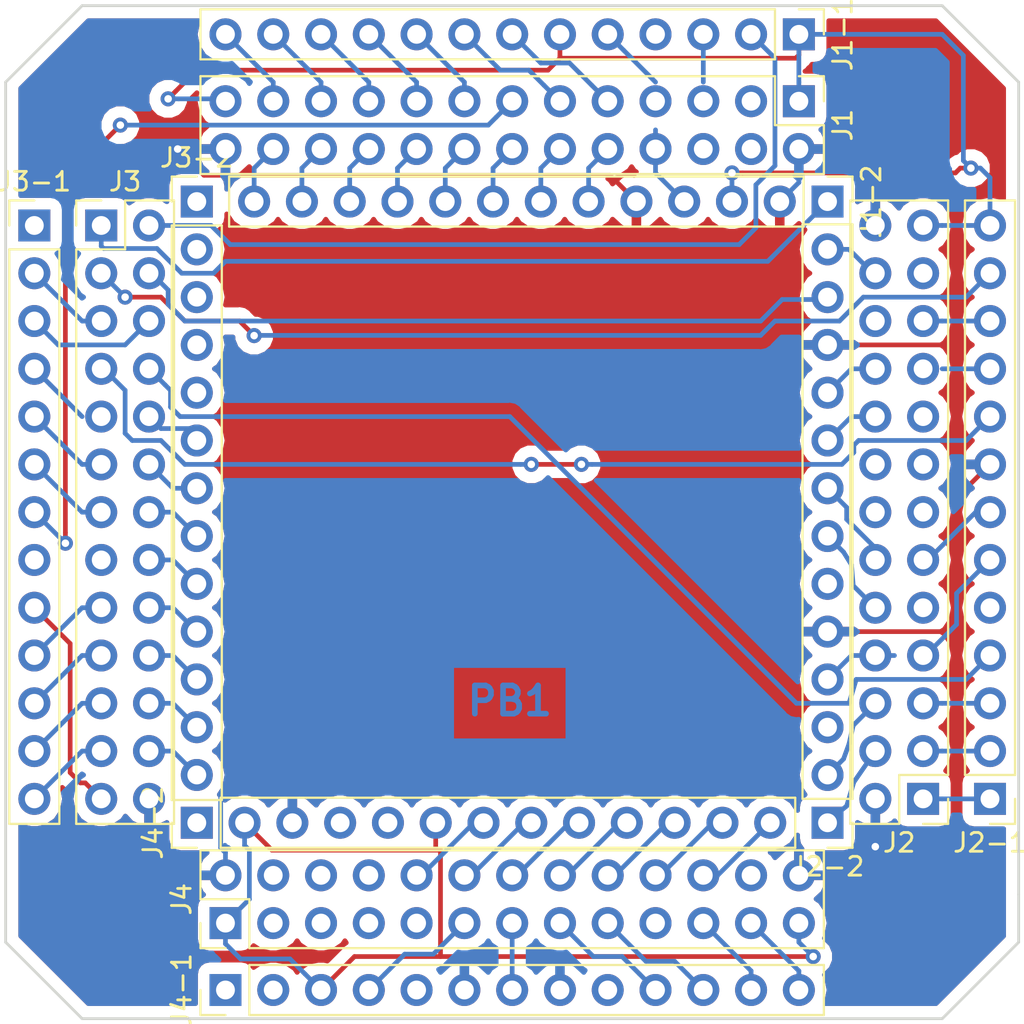
<source format=kicad_pcb>
(kicad_pcb (version 20171130) (host pcbnew "(5.0.0)")

  (general
    (thickness 1.6)
    (drawings 20)
    (tracks 323)
    (zones 0)
    (modules 12)
    (nets 73)
  )

  (page A4)
  (layers
    (0 F.Cu signal)
    (31 B.Cu signal)
    (32 B.Adhes user hide)
    (33 F.Adhes user hide)
    (34 B.Paste user hide)
    (35 F.Paste user hide)
    (36 B.SilkS user hide)
    (37 F.SilkS user hide)
    (38 B.Mask user hide)
    (39 F.Mask user hide)
    (40 Dwgs.User user hide)
    (41 Cmts.User user hide)
    (42 Eco1.User user hide)
    (43 Eco2.User user hide)
    (44 Edge.Cuts user)
    (45 Margin user hide)
    (46 B.CrtYd user hide)
    (47 F.CrtYd user hide)
    (48 B.Fab user hide)
    (49 F.Fab user hide)
  )

  (setup
    (last_trace_width 0.25)
    (trace_clearance 0.2)
    (zone_clearance 0.6)
    (zone_45_only no)
    (trace_min 0.2)
    (segment_width 0.2)
    (edge_width 0.15)
    (via_size 0.8)
    (via_drill 0.4)
    (via_min_size 0.4)
    (via_min_drill 0.3)
    (uvia_size 0.3)
    (uvia_drill 0.1)
    (uvias_allowed no)
    (uvia_min_size 0.2)
    (uvia_min_drill 0.1)
    (pcb_text_width 0.3)
    (pcb_text_size 1.5 1.5)
    (mod_edge_width 0.15)
    (mod_text_size 1 1)
    (mod_text_width 0.15)
    (pad_size 1.524 1.524)
    (pad_drill 0.762)
    (pad_to_mask_clearance 0.2)
    (aux_axis_origin 0 0)
    (visible_elements 7FFFFFFF)
    (pcbplotparams
      (layerselection 0x010fc_ffffffff)
      (usegerberextensions false)
      (usegerberattributes false)
      (usegerberadvancedattributes false)
      (creategerberjobfile false)
      (excludeedgelayer true)
      (linewidth 0.100000)
      (plotframeref false)
      (viasonmask false)
      (mode 1)
      (useauxorigin false)
      (hpglpennumber 1)
      (hpglpenspeed 20)
      (hpglpendiameter 15.000000)
      (psnegative false)
      (psa4output false)
      (plotreference true)
      (plotvalue true)
      (plotinvisibletext false)
      (padsonsilk false)
      (subtractmaskfromsilk false)
      (outputformat 1)
      (mirror false)
      (drillshape 1)
      (scaleselection 1)
      (outputdirectory ""))
  )

  (net 0 "")
  (net 1 /VCC)
  (net 2 /GND)
  (net 3 /RE7)
  (net 4 /RC2)
  (net 5 /RC1)
  (net 6 /RC4)
  (net 7 /RC3)
  (net 8 /RG7)
  (net 9 /RG6)
  (net 10 /MCLR)
  (net 11 /RG8)
  (net 12 /RA0)
  (net 13 /RG9)
  (net 14 /RE9)
  (net 15 /RE8)
  (net 16 /RB4)
  (net 17 /RB5)
  (net 18 /RB2)
  (net 19 /RB3)
  (net 20 /RB0)
  (net 21 /RB1)
  (net 22 /RE3)
  (net 23 /RE2)
  (net 24 /RG14)
  (net 25 /RG12)
  (net 26 /RE0)
  (net 27 /RF0)
  (net 28 /RF1)
  (net 29 /RD7)
  (net 30 /RD5)
  (net 31 /RD4)
  (net 32 /RD13)
  (net 33 /RD12)
  (net 34 /RD2)
  (net 35 /RD3)
  (net 36 /RD1)
  (net 37 /TXN)
  (net 38 /TXP)
  (net 39 /RXN)
  (net 40 /RXP)
  (net 41 /LED1)
  (net 42 /LED2)
  (net 43 /RB6)
  (net 44 /RB7)
  (net 45 /RA9)
  (net 46 /RA10)
  (net 47 /RB8)
  (net 48 /RB9)
  (net 49 /RB10)
  (net 50 /RB11)
  (net 51 /RA1)
  (net 52 /RB12)
  (net 53 /RF12)
  (net 54 /RB14)
  (net 55 /RB13)
  (net 56 /RD14)
  (net 57 /RB15)
  (net 58 /RF4)
  (net 59 /RF5)
  (net 60 /RD0)
  (net 61 /RD9)
  (net 62 /RD10)
  (net 63 /RA15)
  (net 64 /RA5)
  (net 65 /RA14)
  (net 66 /RA3)
  (net 67 /RA4)
  (net 68 /MCU_MOSI)
  (net 69 /RA2)
  (net 70 /MCU_SCK)
  (net 71 /MCU_MISO)
  (net 72 /RF3)

  (net_class Default "This is the default net class."
    (clearance 0.2)
    (trace_width 0.25)
    (via_dia 0.8)
    (via_drill 0.4)
    (uvia_dia 0.3)
    (uvia_drill 0.1)
    (add_net /GND)
    (add_net /LED1)
    (add_net /LED2)
    (add_net /MCLR)
    (add_net /MCU_MISO)
    (add_net /MCU_MOSI)
    (add_net /MCU_SCK)
    (add_net /RA0)
    (add_net /RA1)
    (add_net /RA10)
    (add_net /RA14)
    (add_net /RA15)
    (add_net /RA2)
    (add_net /RA3)
    (add_net /RA4)
    (add_net /RA5)
    (add_net /RA9)
    (add_net /RB0)
    (add_net /RB1)
    (add_net /RB10)
    (add_net /RB11)
    (add_net /RB12)
    (add_net /RB13)
    (add_net /RB14)
    (add_net /RB15)
    (add_net /RB2)
    (add_net /RB3)
    (add_net /RB4)
    (add_net /RB5)
    (add_net /RB6)
    (add_net /RB7)
    (add_net /RB8)
    (add_net /RB9)
    (add_net /RC1)
    (add_net /RC2)
    (add_net /RC3)
    (add_net /RC4)
    (add_net /RD0)
    (add_net /RD1)
    (add_net /RD10)
    (add_net /RD12)
    (add_net /RD13)
    (add_net /RD14)
    (add_net /RD2)
    (add_net /RD3)
    (add_net /RD4)
    (add_net /RD5)
    (add_net /RD7)
    (add_net /RD9)
    (add_net /RE0)
    (add_net /RE2)
    (add_net /RE3)
    (add_net /RE7)
    (add_net /RE8)
    (add_net /RE9)
    (add_net /RF0)
    (add_net /RF1)
    (add_net /RF12)
    (add_net /RF3)
    (add_net /RF4)
    (add_net /RF5)
    (add_net /RG12)
    (add_net /RG14)
    (add_net /RG6)
    (add_net /RG7)
    (add_net /RG8)
    (add_net /RG9)
    (add_net /RXN)
    (add_net /RXP)
    (add_net /TXN)
    (add_net /TXP)
    (add_net /VCC)
  )

  (module Connector_PinHeader_2.54mm:PinHeader_2x13_P2.54mm_Vertical (layer F.Cu) (tedit 59FED5CC) (tstamp 5CA67304)
    (at 127 50.8)
    (descr "Through hole straight pin header, 2x13, 2.54mm pitch, double rows")
    (tags "Through hole pin header THT 2x13 2.54mm double row")
    (path /5C9AF336)
    (fp_text reference J3 (at 1.27 -2.33) (layer F.SilkS)
      (effects (font (size 1 1) (thickness 0.15)))
    )
    (fp_text value Conn_02x13_Odd_Even (at 1.27 32.81) (layer F.Fab)
      (effects (font (size 1 1) (thickness 0.15)))
    )
    (fp_line (start 0 -1.27) (end 3.81 -1.27) (layer F.Fab) (width 0.1))
    (fp_line (start 3.81 -1.27) (end 3.81 31.75) (layer F.Fab) (width 0.1))
    (fp_line (start 3.81 31.75) (end -1.27 31.75) (layer F.Fab) (width 0.1))
    (fp_line (start -1.27 31.75) (end -1.27 0) (layer F.Fab) (width 0.1))
    (fp_line (start -1.27 0) (end 0 -1.27) (layer F.Fab) (width 0.1))
    (fp_line (start -1.33 31.81) (end 3.87 31.81) (layer F.SilkS) (width 0.12))
    (fp_line (start -1.33 1.27) (end -1.33 31.81) (layer F.SilkS) (width 0.12))
    (fp_line (start 3.87 -1.33) (end 3.87 31.81) (layer F.SilkS) (width 0.12))
    (fp_line (start -1.33 1.27) (end 1.27 1.27) (layer F.SilkS) (width 0.12))
    (fp_line (start 1.27 1.27) (end 1.27 -1.33) (layer F.SilkS) (width 0.12))
    (fp_line (start 1.27 -1.33) (end 3.87 -1.33) (layer F.SilkS) (width 0.12))
    (fp_line (start -1.33 0) (end -1.33 -1.33) (layer F.SilkS) (width 0.12))
    (fp_line (start -1.33 -1.33) (end 0 -1.33) (layer F.SilkS) (width 0.12))
    (fp_line (start -1.8 -1.8) (end -1.8 32.25) (layer F.CrtYd) (width 0.05))
    (fp_line (start -1.8 32.25) (end 4.35 32.25) (layer F.CrtYd) (width 0.05))
    (fp_line (start 4.35 32.25) (end 4.35 -1.8) (layer F.CrtYd) (width 0.05))
    (fp_line (start 4.35 -1.8) (end -1.8 -1.8) (layer F.CrtYd) (width 0.05))
    (fp_text user %R (at 1.27 15.24 90) (layer F.Fab)
      (effects (font (size 1 1) (thickness 0.15)))
    )
    (pad 1 thru_hole rect (at 0 0) (size 1.7 1.7) (drill 1) (layers *.Cu *.Mask)
      (net 37 /TXN))
    (pad 2 thru_hole oval (at 2.54 0) (size 1.7 1.7) (drill 1) (layers *.Cu *.Mask)
      (net 38 /TXP))
    (pad 3 thru_hole oval (at 0 2.54) (size 1.7 1.7) (drill 1) (layers *.Cu *.Mask)
      (net 39 /RXN))
    (pad 4 thru_hole oval (at 2.54 2.54) (size 1.7 1.7) (drill 1) (layers *.Cu *.Mask)
      (net 40 /RXP))
    (pad 5 thru_hole oval (at 0 5.08) (size 1.7 1.7) (drill 1) (layers *.Cu *.Mask)
      (net 41 /LED1))
    (pad 6 thru_hole oval (at 2.54 5.08) (size 1.7 1.7) (drill 1) (layers *.Cu *.Mask)
      (net 42 /LED2))
    (pad 7 thru_hole oval (at 0 7.62) (size 1.7 1.7) (drill 1) (layers *.Cu *.Mask)
      (net 43 /RB6))
    (pad 8 thru_hole oval (at 2.54 7.62) (size 1.7 1.7) (drill 1) (layers *.Cu *.Mask)
      (net 44 /RB7))
    (pad 9 thru_hole oval (at 0 10.16) (size 1.7 1.7) (drill 1) (layers *.Cu *.Mask)
      (net 45 /RA9))
    (pad 10 thru_hole oval (at 2.54 10.16) (size 1.7 1.7) (drill 1) (layers *.Cu *.Mask)
      (net 46 /RA10))
    (pad 11 thru_hole oval (at 0 12.7) (size 1.7 1.7) (drill 1) (layers *.Cu *.Mask)
      (net 47 /RB8))
    (pad 12 thru_hole oval (at 2.54 12.7) (size 1.7 1.7) (drill 1) (layers *.Cu *.Mask)
      (net 48 /RB9))
    (pad 13 thru_hole oval (at 0 15.24) (size 1.7 1.7) (drill 1) (layers *.Cu *.Mask)
      (net 49 /RB10))
    (pad 14 thru_hole oval (at 2.54 15.24) (size 1.7 1.7) (drill 1) (layers *.Cu *.Mask)
      (net 50 /RB11))
    (pad 15 thru_hole oval (at 0 17.78) (size 1.7 1.7) (drill 1) (layers *.Cu *.Mask))
    (pad 16 thru_hole oval (at 2.54 17.78) (size 1.7 1.7) (drill 1) (layers *.Cu *.Mask)
      (net 51 /RA1))
    (pad 17 thru_hole oval (at 0 20.32) (size 1.7 1.7) (drill 1) (layers *.Cu *.Mask)
      (net 52 /RB12))
    (pad 18 thru_hole oval (at 2.54 20.32) (size 1.7 1.7) (drill 1) (layers *.Cu *.Mask)
      (net 53 /RF12))
    (pad 19 thru_hole oval (at 0 22.86) (size 1.7 1.7) (drill 1) (layers *.Cu *.Mask)
      (net 54 /RB14))
    (pad 20 thru_hole oval (at 2.54 22.86) (size 1.7 1.7) (drill 1) (layers *.Cu *.Mask)
      (net 55 /RB13))
    (pad 21 thru_hole oval (at 0 25.4) (size 1.7 1.7) (drill 1) (layers *.Cu *.Mask)
      (net 56 /RD14))
    (pad 22 thru_hole oval (at 2.54 25.4) (size 1.7 1.7) (drill 1) (layers *.Cu *.Mask)
      (net 57 /RB15))
    (pad 23 thru_hole oval (at 0 27.94) (size 1.7 1.7) (drill 1) (layers *.Cu *.Mask)
      (net 58 /RF4))
    (pad 24 thru_hole oval (at 2.54 27.94) (size 1.7 1.7) (drill 1) (layers *.Cu *.Mask)
      (net 59 /RF5))
    (pad 25 thru_hole oval (at 0 30.48) (size 1.7 1.7) (drill 1) (layers *.Cu *.Mask)
      (net 1 /VCC))
    (pad 26 thru_hole oval (at 2.54 30.48) (size 1.7 1.7) (drill 1) (layers *.Cu *.Mask)
      (net 2 /GND))
    (model ${KISYS3DMOD}/Connector_PinHeader_2.54mm.3dshapes/PinHeader_2x13_P2.54mm_Vertical.wrl
      (at (xyz 0 0 0))
      (scale (xyz 1 1 1))
      (rotate (xyz 0 0 0))
    )
  )

  (module Connector_PinHeader_2.54mm:PinHeader_1x13_P2.54mm_Vertical (layer F.Cu) (tedit 59FED5CC) (tstamp 5CA6741B)
    (at 133.604 91.44 90)
    (descr "Through hole straight pin header, 1x13, 2.54mm pitch, single row")
    (tags "Through hole pin header THT 1x13 2.54mm single row")
    (path /5C9ECD9F)
    (fp_text reference J4-1 (at 0 -2.33 90) (layer F.SilkS)
      (effects (font (size 1 1) (thickness 0.15)))
    )
    (fp_text value Conn_01x13_Male (at 0 32.81 90) (layer F.Fab)
      (effects (font (size 1 1) (thickness 0.15)))
    )
    (fp_text user %R (at 0 15.24 180) (layer F.Fab)
      (effects (font (size 1 1) (thickness 0.15)))
    )
    (fp_line (start 1.8 -1.8) (end -1.8 -1.8) (layer F.CrtYd) (width 0.05))
    (fp_line (start 1.8 32.25) (end 1.8 -1.8) (layer F.CrtYd) (width 0.05))
    (fp_line (start -1.8 32.25) (end 1.8 32.25) (layer F.CrtYd) (width 0.05))
    (fp_line (start -1.8 -1.8) (end -1.8 32.25) (layer F.CrtYd) (width 0.05))
    (fp_line (start -1.33 -1.33) (end 0 -1.33) (layer F.SilkS) (width 0.12))
    (fp_line (start -1.33 0) (end -1.33 -1.33) (layer F.SilkS) (width 0.12))
    (fp_line (start -1.33 1.27) (end 1.33 1.27) (layer F.SilkS) (width 0.12))
    (fp_line (start 1.33 1.27) (end 1.33 31.81) (layer F.SilkS) (width 0.12))
    (fp_line (start -1.33 1.27) (end -1.33 31.81) (layer F.SilkS) (width 0.12))
    (fp_line (start -1.33 31.81) (end 1.33 31.81) (layer F.SilkS) (width 0.12))
    (fp_line (start -1.27 -0.635) (end -0.635 -1.27) (layer F.Fab) (width 0.1))
    (fp_line (start -1.27 31.75) (end -1.27 -0.635) (layer F.Fab) (width 0.1))
    (fp_line (start 1.27 31.75) (end -1.27 31.75) (layer F.Fab) (width 0.1))
    (fp_line (start 1.27 -1.27) (end 1.27 31.75) (layer F.Fab) (width 0.1))
    (fp_line (start -0.635 -1.27) (end 1.27 -1.27) (layer F.Fab) (width 0.1))
    (pad 13 thru_hole oval (at 0 30.48 90) (size 1.7 1.7) (drill 1) (layers *.Cu *.Mask)
      (net 60 /RD0))
    (pad 12 thru_hole oval (at 0 27.94 90) (size 1.7 1.7) (drill 1) (layers *.Cu *.Mask)
      (net 62 /RD10))
    (pad 11 thru_hole oval (at 0 25.4 90) (size 1.7 1.7) (drill 1) (layers *.Cu *.Mask)
      (net 65 /RA14))
    (pad 10 thru_hole oval (at 0 22.86 90) (size 1.7 1.7) (drill 1) (layers *.Cu *.Mask)
      (net 67 /RA4))
    (pad 9 thru_hole oval (at 0 20.32 90) (size 1.7 1.7) (drill 1) (layers *.Cu *.Mask))
    (pad 8 thru_hole oval (at 0 17.78 90) (size 1.7 1.7) (drill 1) (layers *.Cu *.Mask)
      (net 2 /GND))
    (pad 7 thru_hole oval (at 0 15.24 90) (size 1.7 1.7) (drill 1) (layers *.Cu *.Mask)
      (net 69 /RA2))
    (pad 6 thru_hole oval (at 0 12.7 90) (size 1.7 1.7) (drill 1) (layers *.Cu *.Mask)
      (net 2 /GND))
    (pad 5 thru_hole oval (at 0 10.16 90) (size 1.7 1.7) (drill 1) (layers *.Cu *.Mask)
      (net 41 /LED1))
    (pad 4 thru_hole oval (at 0 7.62 90) (size 1.7 1.7) (drill 1) (layers *.Cu *.Mask)
      (net 71 /MCU_MISO))
    (pad 3 thru_hole oval (at 0 5.08 90) (size 1.7 1.7) (drill 1) (layers *.Cu *.Mask)
      (net 1 /VCC))
    (pad 2 thru_hole oval (at 0 2.54 90) (size 1.7 1.7) (drill 1) (layers *.Cu *.Mask))
    (pad 1 thru_hole rect (at 0 0 90) (size 1.7 1.7) (drill 1) (layers *.Cu *.Mask))
    (model ${KISYS3DMOD}/Connector_PinHeader_2.54mm.3dshapes/PinHeader_1x13_P2.54mm_Vertical.wrl
      (at (xyz 0 0 0))
      (scale (xyz 1 1 1))
      (rotate (xyz 0 0 0))
    )
  )

  (module Connector_PinHeader_2.54mm:PinHeader_2x13_P2.54mm_Vertical (layer F.Cu) (tedit 59FED5CC) (tstamp 5CA67334)
    (at 133.604 87.884 90)
    (descr "Through hole straight pin header, 2x13, 2.54mm pitch, double rows")
    (tags "Through hole pin header THT 2x13 2.54mm double row")
    (path /5C9B2BF6)
    (fp_text reference J4 (at 1.27 -2.33 90) (layer F.SilkS)
      (effects (font (size 1 1) (thickness 0.15)))
    )
    (fp_text value Conn_02x13_Odd_Even (at 1.27 32.81 90) (layer F.Fab)
      (effects (font (size 1 1) (thickness 0.15)))
    )
    (fp_text user %R (at 1.27 15.24 180) (layer F.Fab)
      (effects (font (size 1 1) (thickness 0.15)))
    )
    (fp_line (start 4.35 -1.8) (end -1.8 -1.8) (layer F.CrtYd) (width 0.05))
    (fp_line (start 4.35 32.25) (end 4.35 -1.8) (layer F.CrtYd) (width 0.05))
    (fp_line (start -1.8 32.25) (end 4.35 32.25) (layer F.CrtYd) (width 0.05))
    (fp_line (start -1.8 -1.8) (end -1.8 32.25) (layer F.CrtYd) (width 0.05))
    (fp_line (start -1.33 -1.33) (end 0 -1.33) (layer F.SilkS) (width 0.12))
    (fp_line (start -1.33 0) (end -1.33 -1.33) (layer F.SilkS) (width 0.12))
    (fp_line (start 1.27 -1.33) (end 3.87 -1.33) (layer F.SilkS) (width 0.12))
    (fp_line (start 1.27 1.27) (end 1.27 -1.33) (layer F.SilkS) (width 0.12))
    (fp_line (start -1.33 1.27) (end 1.27 1.27) (layer F.SilkS) (width 0.12))
    (fp_line (start 3.87 -1.33) (end 3.87 31.81) (layer F.SilkS) (width 0.12))
    (fp_line (start -1.33 1.27) (end -1.33 31.81) (layer F.SilkS) (width 0.12))
    (fp_line (start -1.33 31.81) (end 3.87 31.81) (layer F.SilkS) (width 0.12))
    (fp_line (start -1.27 0) (end 0 -1.27) (layer F.Fab) (width 0.1))
    (fp_line (start -1.27 31.75) (end -1.27 0) (layer F.Fab) (width 0.1))
    (fp_line (start 3.81 31.75) (end -1.27 31.75) (layer F.Fab) (width 0.1))
    (fp_line (start 3.81 -1.27) (end 3.81 31.75) (layer F.Fab) (width 0.1))
    (fp_line (start 0 -1.27) (end 3.81 -1.27) (layer F.Fab) (width 0.1))
    (pad 26 thru_hole oval (at 2.54 30.48 90) (size 1.7 1.7) (drill 1) (layers *.Cu *.Mask)
      (net 2 /GND))
    (pad 25 thru_hole oval (at 0 30.48 90) (size 1.7 1.7) (drill 1) (layers *.Cu *.Mask)
      (net 1 /VCC))
    (pad 24 thru_hole oval (at 2.54 27.94 90) (size 1.7 1.7) (drill 1) (layers *.Cu *.Mask))
    (pad 23 thru_hole oval (at 0 27.94 90) (size 1.7 1.7) (drill 1) (layers *.Cu *.Mask)
      (net 60 /RD0))
    (pad 22 thru_hole oval (at 2.54 25.4 90) (size 1.7 1.7) (drill 1) (layers *.Cu *.Mask)
      (net 61 /RD9))
    (pad 21 thru_hole oval (at 0 25.4 90) (size 1.7 1.7) (drill 1) (layers *.Cu *.Mask)
      (net 62 /RD10))
    (pad 20 thru_hole oval (at 2.54 22.86 90) (size 1.7 1.7) (drill 1) (layers *.Cu *.Mask)
      (net 63 /RA15))
    (pad 19 thru_hole oval (at 0 22.86 90) (size 1.7 1.7) (drill 1) (layers *.Cu *.Mask))
    (pad 18 thru_hole oval (at 2.54 20.32 90) (size 1.7 1.7) (drill 1) (layers *.Cu *.Mask)
      (net 64 /RA5))
    (pad 17 thru_hole oval (at 0 20.32 90) (size 1.7 1.7) (drill 1) (layers *.Cu *.Mask)
      (net 65 /RA14))
    (pad 16 thru_hole oval (at 2.54 17.78 90) (size 1.7 1.7) (drill 1) (layers *.Cu *.Mask)
      (net 66 /RA3))
    (pad 15 thru_hole oval (at 0 17.78 90) (size 1.7 1.7) (drill 1) (layers *.Cu *.Mask)
      (net 67 /RA4))
    (pad 14 thru_hole oval (at 2.54 15.24 90) (size 1.7 1.7) (drill 1) (layers *.Cu *.Mask)
      (net 68 /MCU_MOSI))
    (pad 13 thru_hole oval (at 0 15.24 90) (size 1.7 1.7) (drill 1) (layers *.Cu *.Mask)
      (net 69 /RA2))
    (pad 12 thru_hole oval (at 2.54 12.7 90) (size 1.7 1.7) (drill 1) (layers *.Cu *.Mask)
      (net 70 /MCU_SCK))
    (pad 11 thru_hole oval (at 0 12.7 90) (size 1.7 1.7) (drill 1) (layers *.Cu *.Mask)
      (net 71 /MCU_MISO))
    (pad 10 thru_hole oval (at 2.54 10.16 90) (size 1.7 1.7) (drill 1) (layers *.Cu *.Mask)
      (net 72 /RF3))
    (pad 9 thru_hole oval (at 0 10.16 90) (size 1.7 1.7) (drill 1) (layers *.Cu *.Mask))
    (pad 8 thru_hole oval (at 2.54 7.62 90) (size 1.7 1.7) (drill 1) (layers *.Cu *.Mask))
    (pad 7 thru_hole oval (at 0 7.62 90) (size 1.7 1.7) (drill 1) (layers *.Cu *.Mask))
    (pad 6 thru_hole oval (at 2.54 5.08 90) (size 1.7 1.7) (drill 1) (layers *.Cu *.Mask))
    (pad 5 thru_hole oval (at 0 5.08 90) (size 1.7 1.7) (drill 1) (layers *.Cu *.Mask))
    (pad 4 thru_hole oval (at 2.54 2.54 90) (size 1.7 1.7) (drill 1) (layers *.Cu *.Mask))
    (pad 3 thru_hole oval (at 0 2.54 90) (size 1.7 1.7) (drill 1) (layers *.Cu *.Mask))
    (pad 2 thru_hole oval (at 2.54 0 90) (size 1.7 1.7) (drill 1) (layers *.Cu *.Mask)
      (net 2 /GND))
    (pad 1 thru_hole rect (at 0 0 90) (size 1.7 1.7) (drill 1) (layers *.Cu *.Mask)
      (net 1 /VCC))
    (model ${KISYS3DMOD}/Connector_PinHeader_2.54mm.3dshapes/PinHeader_2x13_P2.54mm_Vertical.wrl
      (at (xyz 0 0 0))
      (scale (xyz 1 1 1))
      (rotate (xyz 0 0 0))
    )
  )

  (module Connector_PinHeader_2.54mm:PinHeader_1x13_P2.54mm_Vertical (layer F.Cu) (tedit 59FED5CC) (tstamp 5CA67355)
    (at 164.084 40.64 270)
    (descr "Through hole straight pin header, 1x13, 2.54mm pitch, single row")
    (tags "Through hole pin header THT 1x13 2.54mm single row")
    (path /5C9E15B9)
    (fp_text reference J1-1 (at 0 -2.33 270) (layer F.SilkS)
      (effects (font (size 1 1) (thickness 0.15)))
    )
    (fp_text value Conn_01x13_Male (at 0 32.81 270) (layer F.Fab)
      (effects (font (size 1 1) (thickness 0.15)))
    )
    (fp_text user %R (at 0 15.24) (layer F.Fab)
      (effects (font (size 1 1) (thickness 0.15)))
    )
    (fp_line (start 1.8 -1.8) (end -1.8 -1.8) (layer F.CrtYd) (width 0.05))
    (fp_line (start 1.8 32.25) (end 1.8 -1.8) (layer F.CrtYd) (width 0.05))
    (fp_line (start -1.8 32.25) (end 1.8 32.25) (layer F.CrtYd) (width 0.05))
    (fp_line (start -1.8 -1.8) (end -1.8 32.25) (layer F.CrtYd) (width 0.05))
    (fp_line (start -1.33 -1.33) (end 0 -1.33) (layer F.SilkS) (width 0.12))
    (fp_line (start -1.33 0) (end -1.33 -1.33) (layer F.SilkS) (width 0.12))
    (fp_line (start -1.33 1.27) (end 1.33 1.27) (layer F.SilkS) (width 0.12))
    (fp_line (start 1.33 1.27) (end 1.33 31.81) (layer F.SilkS) (width 0.12))
    (fp_line (start -1.33 1.27) (end -1.33 31.81) (layer F.SilkS) (width 0.12))
    (fp_line (start -1.33 31.81) (end 1.33 31.81) (layer F.SilkS) (width 0.12))
    (fp_line (start -1.27 -0.635) (end -0.635 -1.27) (layer F.Fab) (width 0.1))
    (fp_line (start -1.27 31.75) (end -1.27 -0.635) (layer F.Fab) (width 0.1))
    (fp_line (start 1.27 31.75) (end -1.27 31.75) (layer F.Fab) (width 0.1))
    (fp_line (start 1.27 -1.27) (end 1.27 31.75) (layer F.Fab) (width 0.1))
    (fp_line (start -0.635 -1.27) (end 1.27 -1.27) (layer F.Fab) (width 0.1))
    (pad 13 thru_hole oval (at 0 30.48 270) (size 1.7 1.7) (drill 1) (layers *.Cu *.Mask)
      (net 20 /RB0))
    (pad 12 thru_hole oval (at 0 27.94 270) (size 1.7 1.7) (drill 1) (layers *.Cu *.Mask)
      (net 18 /RB2))
    (pad 11 thru_hole oval (at 0 25.4 270) (size 1.7 1.7) (drill 1) (layers *.Cu *.Mask)
      (net 16 /RB4))
    (pad 10 thru_hole oval (at 0 22.86 270) (size 1.7 1.7) (drill 1) (layers *.Cu *.Mask)
      (net 14 /RE9))
    (pad 9 thru_hole oval (at 0 20.32 270) (size 1.7 1.7) (drill 1) (layers *.Cu *.Mask)
      (net 12 /RA0))
    (pad 8 thru_hole oval (at 0 17.78 270) (size 1.7 1.7) (drill 1) (layers *.Cu *.Mask)
      (net 8 /RG7))
    (pad 7 thru_hole oval (at 0 15.24 270) (size 1.7 1.7) (drill 1) (layers *.Cu *.Mask)
      (net 6 /RC4))
    (pad 6 thru_hole oval (at 0 12.7 270) (size 1.7 1.7) (drill 1) (layers *.Cu *.Mask)
      (net 1 /VCC))
    (pad 5 thru_hole oval (at 0 10.16 270) (size 1.7 1.7) (drill 1) (layers *.Cu *.Mask)
      (net 4 /RC2))
    (pad 4 thru_hole oval (at 0 7.62 270) (size 1.7 1.7) (drill 1) (layers *.Cu *.Mask)
      (net 2 /GND))
    (pad 3 thru_hole oval (at 0 5.08 270) (size 1.7 1.7) (drill 1) (layers *.Cu *.Mask)
      (net 3 /RE7))
    (pad 2 thru_hole oval (at 0 2.54 270) (size 1.7 1.7) (drill 1) (layers *.Cu *.Mask)
      (net 38 /TXP))
    (pad 1 thru_hole rect (at 0 0 270) (size 1.7 1.7) (drill 1) (layers *.Cu *.Mask)
      (net 1 /VCC))
    (model ${KISYS3DMOD}/Connector_PinHeader_2.54mm.3dshapes/PinHeader_1x13_P2.54mm_Vertical.wrl
      (at (xyz 0 0 0))
      (scale (xyz 1 1 1))
      (rotate (xyz 0 0 0))
    )
  )

  (module Connector_PinHeader_2.54mm:PinHeader_2x13_P2.54mm_Vertical (layer F.Cu) (tedit 59FED5CC) (tstamp 5CA672A4)
    (at 164.084 44.196 270)
    (descr "Through hole straight pin header, 2x13, 2.54mm pitch, double rows")
    (tags "Through hole pin header THT 2x13 2.54mm double row")
    (path /5C9A99C1)
    (fp_text reference J1 (at 1.27 -2.33 270) (layer F.SilkS)
      (effects (font (size 1 1) (thickness 0.15)))
    )
    (fp_text value Conn_02x13_Odd_Even (at 1.27 32.81 270) (layer F.Fab)
      (effects (font (size 1 1) (thickness 0.15)))
    )
    (fp_line (start 0 -1.27) (end 3.81 -1.27) (layer F.Fab) (width 0.1))
    (fp_line (start 3.81 -1.27) (end 3.81 31.75) (layer F.Fab) (width 0.1))
    (fp_line (start 3.81 31.75) (end -1.27 31.75) (layer F.Fab) (width 0.1))
    (fp_line (start -1.27 31.75) (end -1.27 0) (layer F.Fab) (width 0.1))
    (fp_line (start -1.27 0) (end 0 -1.27) (layer F.Fab) (width 0.1))
    (fp_line (start -1.33 31.81) (end 3.87 31.81) (layer F.SilkS) (width 0.12))
    (fp_line (start -1.33 1.27) (end -1.33 31.81) (layer F.SilkS) (width 0.12))
    (fp_line (start 3.87 -1.33) (end 3.87 31.81) (layer F.SilkS) (width 0.12))
    (fp_line (start -1.33 1.27) (end 1.27 1.27) (layer F.SilkS) (width 0.12))
    (fp_line (start 1.27 1.27) (end 1.27 -1.33) (layer F.SilkS) (width 0.12))
    (fp_line (start 1.27 -1.33) (end 3.87 -1.33) (layer F.SilkS) (width 0.12))
    (fp_line (start -1.33 0) (end -1.33 -1.33) (layer F.SilkS) (width 0.12))
    (fp_line (start -1.33 -1.33) (end 0 -1.33) (layer F.SilkS) (width 0.12))
    (fp_line (start -1.8 -1.8) (end -1.8 32.25) (layer F.CrtYd) (width 0.05))
    (fp_line (start -1.8 32.25) (end 4.35 32.25) (layer F.CrtYd) (width 0.05))
    (fp_line (start 4.35 32.25) (end 4.35 -1.8) (layer F.CrtYd) (width 0.05))
    (fp_line (start 4.35 -1.8) (end -1.8 -1.8) (layer F.CrtYd) (width 0.05))
    (fp_text user %R (at 1.27 15.24) (layer F.Fab)
      (effects (font (size 1 1) (thickness 0.15)))
    )
    (pad 1 thru_hole rect (at 0 0 270) (size 1.7 1.7) (drill 1) (layers *.Cu *.Mask)
      (net 1 /VCC))
    (pad 2 thru_hole oval (at 2.54 0 270) (size 1.7 1.7) (drill 1) (layers *.Cu *.Mask)
      (net 2 /GND))
    (pad 3 thru_hole oval (at 0 2.54 270) (size 1.7 1.7) (drill 1) (layers *.Cu *.Mask))
    (pad 4 thru_hole oval (at 2.54 2.54 270) (size 1.7 1.7) (drill 1) (layers *.Cu *.Mask))
    (pad 5 thru_hole oval (at 0 5.08 270) (size 1.7 1.7) (drill 1) (layers *.Cu *.Mask)
      (net 3 /RE7))
    (pad 6 thru_hole oval (at 2.54 5.08 270) (size 1.7 1.7) (drill 1) (layers *.Cu *.Mask))
    (pad 7 thru_hole oval (at 0 7.62 270) (size 1.7 1.7) (drill 1) (layers *.Cu *.Mask)
      (net 4 /RC2))
    (pad 8 thru_hole oval (at 2.54 7.62 270) (size 1.7 1.7) (drill 1) (layers *.Cu *.Mask)
      (net 5 /RC1))
    (pad 9 thru_hole oval (at 0 10.16 270) (size 1.7 1.7) (drill 1) (layers *.Cu *.Mask)
      (net 6 /RC4))
    (pad 10 thru_hole oval (at 2.54 10.16 270) (size 1.7 1.7) (drill 1) (layers *.Cu *.Mask)
      (net 7 /RC3))
    (pad 11 thru_hole oval (at 0 12.7 270) (size 1.7 1.7) (drill 1) (layers *.Cu *.Mask)
      (net 8 /RG7))
    (pad 12 thru_hole oval (at 2.54 12.7 270) (size 1.7 1.7) (drill 1) (layers *.Cu *.Mask)
      (net 9 /RG6))
    (pad 13 thru_hole oval (at 0 15.24 270) (size 1.7 1.7) (drill 1) (layers *.Cu *.Mask)
      (net 10 /MCLR))
    (pad 14 thru_hole oval (at 2.54 15.24 270) (size 1.7 1.7) (drill 1) (layers *.Cu *.Mask)
      (net 11 /RG8))
    (pad 15 thru_hole oval (at 0 17.78 270) (size 1.7 1.7) (drill 1) (layers *.Cu *.Mask)
      (net 12 /RA0))
    (pad 16 thru_hole oval (at 2.54 17.78 270) (size 1.7 1.7) (drill 1) (layers *.Cu *.Mask)
      (net 13 /RG9))
    (pad 17 thru_hole oval (at 0 20.32 270) (size 1.7 1.7) (drill 1) (layers *.Cu *.Mask)
      (net 14 /RE9))
    (pad 18 thru_hole oval (at 2.54 20.32 270) (size 1.7 1.7) (drill 1) (layers *.Cu *.Mask)
      (net 15 /RE8))
    (pad 19 thru_hole oval (at 0 22.86 270) (size 1.7 1.7) (drill 1) (layers *.Cu *.Mask)
      (net 16 /RB4))
    (pad 20 thru_hole oval (at 2.54 22.86 270) (size 1.7 1.7) (drill 1) (layers *.Cu *.Mask)
      (net 17 /RB5))
    (pad 21 thru_hole oval (at 0 25.4 270) (size 1.7 1.7) (drill 1) (layers *.Cu *.Mask)
      (net 18 /RB2))
    (pad 22 thru_hole oval (at 2.54 25.4 270) (size 1.7 1.7) (drill 1) (layers *.Cu *.Mask)
      (net 19 /RB3))
    (pad 23 thru_hole oval (at 0 27.94 270) (size 1.7 1.7) (drill 1) (layers *.Cu *.Mask)
      (net 20 /RB0))
    (pad 24 thru_hole oval (at 2.54 27.94 270) (size 1.7 1.7) (drill 1) (layers *.Cu *.Mask)
      (net 21 /RB1))
    (pad 25 thru_hole oval (at 0 30.48 270) (size 1.7 1.7) (drill 1) (layers *.Cu *.Mask)
      (net 1 /VCC))
    (pad 26 thru_hole oval (at 2.54 30.48 270) (size 1.7 1.7) (drill 1) (layers *.Cu *.Mask)
      (net 2 /GND))
    (model ${KISYS3DMOD}/Connector_PinHeader_2.54mm.3dshapes/PinHeader_2x13_P2.54mm_Vertical.wrl
      (at (xyz 0 0 0))
      (scale (xyz 1 1 1))
      (rotate (xyz 0 0 0))
    )
  )

  (module Connector_PinHeader_2.54mm:PinHeader_2x13_P2.54mm_Vertical (layer F.Cu) (tedit 59FED5CC) (tstamp 5CA672D4)
    (at 170.688 81.28 180)
    (descr "Through hole straight pin header, 2x13, 2.54mm pitch, double rows")
    (tags "Through hole pin header THT 2x13 2.54mm double row")
    (path /5C9ADD85)
    (fp_text reference J2 (at 1.27 -2.33 180) (layer F.SilkS)
      (effects (font (size 1 1) (thickness 0.15)))
    )
    (fp_text value Conn_02x13_Odd_Even (at 1.27 32.81 180) (layer F.Fab)
      (effects (font (size 1 1) (thickness 0.15)))
    )
    (fp_text user %R (at 1.27 15.24 270) (layer F.Fab)
      (effects (font (size 1 1) (thickness 0.15)))
    )
    (fp_line (start 4.35 -1.8) (end -1.8 -1.8) (layer F.CrtYd) (width 0.05))
    (fp_line (start 4.35 32.25) (end 4.35 -1.8) (layer F.CrtYd) (width 0.05))
    (fp_line (start -1.8 32.25) (end 4.35 32.25) (layer F.CrtYd) (width 0.05))
    (fp_line (start -1.8 -1.8) (end -1.8 32.25) (layer F.CrtYd) (width 0.05))
    (fp_line (start -1.33 -1.33) (end 0 -1.33) (layer F.SilkS) (width 0.12))
    (fp_line (start -1.33 0) (end -1.33 -1.33) (layer F.SilkS) (width 0.12))
    (fp_line (start 1.27 -1.33) (end 3.87 -1.33) (layer F.SilkS) (width 0.12))
    (fp_line (start 1.27 1.27) (end 1.27 -1.33) (layer F.SilkS) (width 0.12))
    (fp_line (start -1.33 1.27) (end 1.27 1.27) (layer F.SilkS) (width 0.12))
    (fp_line (start 3.87 -1.33) (end 3.87 31.81) (layer F.SilkS) (width 0.12))
    (fp_line (start -1.33 1.27) (end -1.33 31.81) (layer F.SilkS) (width 0.12))
    (fp_line (start -1.33 31.81) (end 3.87 31.81) (layer F.SilkS) (width 0.12))
    (fp_line (start -1.27 0) (end 0 -1.27) (layer F.Fab) (width 0.1))
    (fp_line (start -1.27 31.75) (end -1.27 0) (layer F.Fab) (width 0.1))
    (fp_line (start 3.81 31.75) (end -1.27 31.75) (layer F.Fab) (width 0.1))
    (fp_line (start 3.81 -1.27) (end 3.81 31.75) (layer F.Fab) (width 0.1))
    (fp_line (start 0 -1.27) (end 3.81 -1.27) (layer F.Fab) (width 0.1))
    (pad 26 thru_hole oval (at 2.54 30.48 180) (size 1.7 1.7) (drill 1) (layers *.Cu *.Mask)
      (net 2 /GND))
    (pad 25 thru_hole oval (at 0 30.48 180) (size 1.7 1.7) (drill 1) (layers *.Cu *.Mask)
      (net 1 /VCC))
    (pad 24 thru_hole oval (at 2.54 27.94 180) (size 1.7 1.7) (drill 1) (layers *.Cu *.Mask)
      (net 22 /RE3))
    (pad 23 thru_hole oval (at 0 27.94 180) (size 1.7 1.7) (drill 1) (layers *.Cu *.Mask))
    (pad 22 thru_hole oval (at 2.54 25.4 180) (size 1.7 1.7) (drill 1) (layers *.Cu *.Mask))
    (pad 21 thru_hole oval (at 0 25.4 180) (size 1.7 1.7) (drill 1) (layers *.Cu *.Mask)
      (net 23 /RE2))
    (pad 20 thru_hole oval (at 2.54 22.86 180) (size 1.7 1.7) (drill 1) (layers *.Cu *.Mask)
      (net 24 /RG14))
    (pad 19 thru_hole oval (at 0 22.86 180) (size 1.7 1.7) (drill 1) (layers *.Cu *.Mask)
      (net 25 /RG12))
    (pad 18 thru_hole oval (at 2.54 20.32 180) (size 1.7 1.7) (drill 1) (layers *.Cu *.Mask)
      (net 26 /RE0))
    (pad 17 thru_hole oval (at 0 20.32 180) (size 1.7 1.7) (drill 1) (layers *.Cu *.Mask))
    (pad 16 thru_hole oval (at 2.54 17.78 180) (size 1.7 1.7) (drill 1) (layers *.Cu *.Mask))
    (pad 15 thru_hole oval (at 0 17.78 180) (size 1.7 1.7) (drill 1) (layers *.Cu *.Mask))
    (pad 14 thru_hole oval (at 2.54 15.24 180) (size 1.7 1.7) (drill 1) (layers *.Cu *.Mask))
    (pad 13 thru_hole oval (at 0 15.24 180) (size 1.7 1.7) (drill 1) (layers *.Cu *.Mask))
    (pad 12 thru_hole oval (at 2.54 12.7 180) (size 1.7 1.7) (drill 1) (layers *.Cu *.Mask)
      (net 27 /RF0))
    (pad 11 thru_hole oval (at 0 12.7 180) (size 1.7 1.7) (drill 1) (layers *.Cu *.Mask)
      (net 28 /RF1))
    (pad 10 thru_hole oval (at 2.54 10.16 180) (size 1.7 1.7) (drill 1) (layers *.Cu *.Mask)
      (net 29 /RD7))
    (pad 9 thru_hole oval (at 0 10.16 180) (size 1.7 1.7) (drill 1) (layers *.Cu *.Mask))
    (pad 8 thru_hole oval (at 2.54 7.62 180) (size 1.7 1.7) (drill 1) (layers *.Cu *.Mask)
      (net 30 /RD5))
    (pad 7 thru_hole oval (at 0 7.62 180) (size 1.7 1.7) (drill 1) (layers *.Cu *.Mask)
      (net 31 /RD4))
    (pad 6 thru_hole oval (at 2.54 5.08 180) (size 1.7 1.7) (drill 1) (layers *.Cu *.Mask)
      (net 32 /RD13))
    (pad 5 thru_hole oval (at 0 5.08 180) (size 1.7 1.7) (drill 1) (layers *.Cu *.Mask)
      (net 33 /RD12))
    (pad 4 thru_hole oval (at 2.54 2.54 180) (size 1.7 1.7) (drill 1) (layers *.Cu *.Mask)
      (net 34 /RD2))
    (pad 3 thru_hole oval (at 0 2.54 180) (size 1.7 1.7) (drill 1) (layers *.Cu *.Mask)
      (net 35 /RD3))
    (pad 2 thru_hole oval (at 2.54 0 180) (size 1.7 1.7) (drill 1) (layers *.Cu *.Mask)
      (net 2 /GND))
    (pad 1 thru_hole rect (at 0 0 180) (size 1.7 1.7) (drill 1) (layers *.Cu *.Mask)
      (net 36 /RD1))
    (model ${KISYS3DMOD}/Connector_PinHeader_2.54mm.3dshapes/PinHeader_2x13_P2.54mm_Vertical.wrl
      (at (xyz 0 0 0))
      (scale (xyz 1 1 1))
      (rotate (xyz 0 0 0))
    )
  )

  (module Connector_PinHeader_2.54mm:PinHeader_1x13_P2.54mm_Vertical (layer F.Cu) (tedit 59FED5CC) (tstamp 5CA67376)
    (at 165.608 49.53 270)
    (descr "Through hole straight pin header, 1x13, 2.54mm pitch, single row")
    (tags "Through hole pin header THT 1x13 2.54mm single row")
    (path /5C9E15B2)
    (fp_text reference J1-2 (at 0 -2.33 270) (layer F.SilkS)
      (effects (font (size 1 1) (thickness 0.15)))
    )
    (fp_text value Conn_01x13_Male (at 0 32.81 270) (layer F.Fab)
      (effects (font (size 1 1) (thickness 0.15)))
    )
    (fp_line (start -0.635 -1.27) (end 1.27 -1.27) (layer F.Fab) (width 0.1))
    (fp_line (start 1.27 -1.27) (end 1.27 31.75) (layer F.Fab) (width 0.1))
    (fp_line (start 1.27 31.75) (end -1.27 31.75) (layer F.Fab) (width 0.1))
    (fp_line (start -1.27 31.75) (end -1.27 -0.635) (layer F.Fab) (width 0.1))
    (fp_line (start -1.27 -0.635) (end -0.635 -1.27) (layer F.Fab) (width 0.1))
    (fp_line (start -1.33 31.81) (end 1.33 31.81) (layer F.SilkS) (width 0.12))
    (fp_line (start -1.33 1.27) (end -1.33 31.81) (layer F.SilkS) (width 0.12))
    (fp_line (start 1.33 1.27) (end 1.33 31.81) (layer F.SilkS) (width 0.12))
    (fp_line (start -1.33 1.27) (end 1.33 1.27) (layer F.SilkS) (width 0.12))
    (fp_line (start -1.33 0) (end -1.33 -1.33) (layer F.SilkS) (width 0.12))
    (fp_line (start -1.33 -1.33) (end 0 -1.33) (layer F.SilkS) (width 0.12))
    (fp_line (start -1.8 -1.8) (end -1.8 32.25) (layer F.CrtYd) (width 0.05))
    (fp_line (start -1.8 32.25) (end 1.8 32.25) (layer F.CrtYd) (width 0.05))
    (fp_line (start 1.8 32.25) (end 1.8 -1.8) (layer F.CrtYd) (width 0.05))
    (fp_line (start 1.8 -1.8) (end -1.8 -1.8) (layer F.CrtYd) (width 0.05))
    (fp_text user %R (at 0 15.24) (layer F.Fab)
      (effects (font (size 1 1) (thickness 0.15)))
    )
    (pad 1 thru_hole rect (at 0 0 270) (size 1.7 1.7) (drill 1) (layers *.Cu *.Mask)
      (net 37 /TXN))
    (pad 2 thru_hole oval (at 0 2.54 270) (size 1.7 1.7) (drill 1) (layers *.Cu *.Mask)
      (net 2 /GND))
    (pad 3 thru_hole oval (at 0 5.08 270) (size 1.7 1.7) (drill 1) (layers *.Cu *.Mask)
      (net 1 /VCC))
    (pad 4 thru_hole oval (at 0 7.62 270) (size 1.7 1.7) (drill 1) (layers *.Cu *.Mask)
      (net 5 /RC1))
    (pad 5 thru_hole oval (at 0 10.16 270) (size 1.7 1.7) (drill 1) (layers *.Cu *.Mask)
      (net 2 /GND))
    (pad 6 thru_hole oval (at 0 12.7 270) (size 1.7 1.7) (drill 1) (layers *.Cu *.Mask)
      (net 7 /RC3))
    (pad 7 thru_hole oval (at 0 15.24 270) (size 1.7 1.7) (drill 1) (layers *.Cu *.Mask)
      (net 9 /RG6))
    (pad 8 thru_hole oval (at 0 17.78 270) (size 1.7 1.7) (drill 1) (layers *.Cu *.Mask)
      (net 11 /RG8))
    (pad 9 thru_hole oval (at 0 20.32 270) (size 1.7 1.7) (drill 1) (layers *.Cu *.Mask)
      (net 13 /RG9))
    (pad 10 thru_hole oval (at 0 22.86 270) (size 1.7 1.7) (drill 1) (layers *.Cu *.Mask)
      (net 15 /RE8))
    (pad 11 thru_hole oval (at 0 25.4 270) (size 1.7 1.7) (drill 1) (layers *.Cu *.Mask)
      (net 17 /RB5))
    (pad 12 thru_hole oval (at 0 27.94 270) (size 1.7 1.7) (drill 1) (layers *.Cu *.Mask)
      (net 19 /RB3))
    (pad 13 thru_hole oval (at 0 30.48 270) (size 1.7 1.7) (drill 1) (layers *.Cu *.Mask)
      (net 21 /RB1))
    (model ${KISYS3DMOD}/Connector_PinHeader_2.54mm.3dshapes/PinHeader_1x13_P2.54mm_Vertical.wrl
      (at (xyz 0 0 0))
      (scale (xyz 1 1 1))
      (rotate (xyz 0 0 0))
    )
  )

  (module Connector_PinHeader_2.54mm:PinHeader_1x13_P2.54mm_Vertical (layer F.Cu) (tedit 59FED5CC) (tstamp 5CA67397)
    (at 174.244 81.28 180)
    (descr "Through hole straight pin header, 1x13, 2.54mm pitch, single row")
    (tags "Through hole pin header THT 1x13 2.54mm single row")
    (path /5C9E71A7)
    (fp_text reference J2-1 (at 0 -2.33 180) (layer F.SilkS)
      (effects (font (size 1 1) (thickness 0.15)))
    )
    (fp_text value Conn_01x13_Male (at 0 32.81 180) (layer F.Fab)
      (effects (font (size 1 1) (thickness 0.15)))
    )
    (fp_text user %R (at 0 15.24 270) (layer F.Fab)
      (effects (font (size 1 1) (thickness 0.15)))
    )
    (fp_line (start 1.8 -1.8) (end -1.8 -1.8) (layer F.CrtYd) (width 0.05))
    (fp_line (start 1.8 32.25) (end 1.8 -1.8) (layer F.CrtYd) (width 0.05))
    (fp_line (start -1.8 32.25) (end 1.8 32.25) (layer F.CrtYd) (width 0.05))
    (fp_line (start -1.8 -1.8) (end -1.8 32.25) (layer F.CrtYd) (width 0.05))
    (fp_line (start -1.33 -1.33) (end 0 -1.33) (layer F.SilkS) (width 0.12))
    (fp_line (start -1.33 0) (end -1.33 -1.33) (layer F.SilkS) (width 0.12))
    (fp_line (start -1.33 1.27) (end 1.33 1.27) (layer F.SilkS) (width 0.12))
    (fp_line (start 1.33 1.27) (end 1.33 31.81) (layer F.SilkS) (width 0.12))
    (fp_line (start -1.33 1.27) (end -1.33 31.81) (layer F.SilkS) (width 0.12))
    (fp_line (start -1.33 31.81) (end 1.33 31.81) (layer F.SilkS) (width 0.12))
    (fp_line (start -1.27 -0.635) (end -0.635 -1.27) (layer F.Fab) (width 0.1))
    (fp_line (start -1.27 31.75) (end -1.27 -0.635) (layer F.Fab) (width 0.1))
    (fp_line (start 1.27 31.75) (end -1.27 31.75) (layer F.Fab) (width 0.1))
    (fp_line (start 1.27 -1.27) (end 1.27 31.75) (layer F.Fab) (width 0.1))
    (fp_line (start -0.635 -1.27) (end 1.27 -1.27) (layer F.Fab) (width 0.1))
    (pad 13 thru_hole oval (at 0 30.48 180) (size 1.7 1.7) (drill 1) (layers *.Cu *.Mask)
      (net 1 /VCC))
    (pad 12 thru_hole oval (at 0 27.94 180) (size 1.7 1.7) (drill 1) (layers *.Cu *.Mask)
      (net 39 /RXN))
    (pad 11 thru_hole oval (at 0 25.4 180) (size 1.7 1.7) (drill 1) (layers *.Cu *.Mask)
      (net 23 /RE2))
    (pad 10 thru_hole oval (at 0 22.86 180) (size 1.7 1.7) (drill 1) (layers *.Cu *.Mask)
      (net 25 /RG12))
    (pad 9 thru_hole oval (at 0 20.32 180) (size 1.7 1.7) (drill 1) (layers *.Cu *.Mask)
      (net 43 /RB6))
    (pad 8 thru_hole oval (at 0 17.78 180) (size 1.7 1.7) (drill 1) (layers *.Cu *.Mask)
      (net 2 /GND))
    (pad 7 thru_hole oval (at 0 15.24 180) (size 1.7 1.7) (drill 1) (layers *.Cu *.Mask)
      (net 28 /RF1))
    (pad 6 thru_hole oval (at 0 12.7 180) (size 1.7 1.7) (drill 1) (layers *.Cu *.Mask)
      (net 31 /RD4))
    (pad 5 thru_hole oval (at 0 10.16 180) (size 1.7 1.7) (drill 1) (layers *.Cu *.Mask)
      (net 1 /VCC))
    (pad 4 thru_hole oval (at 0 7.62 180) (size 1.7 1.7) (drill 1) (layers *.Cu *.Mask)
      (net 44 /RB7))
    (pad 3 thru_hole oval (at 0 5.08 180) (size 1.7 1.7) (drill 1) (layers *.Cu *.Mask)
      (net 33 /RD12))
    (pad 2 thru_hole oval (at 0 2.54 180) (size 1.7 1.7) (drill 1) (layers *.Cu *.Mask)
      (net 35 /RD3))
    (pad 1 thru_hole rect (at 0 0 180) (size 1.7 1.7) (drill 1) (layers *.Cu *.Mask)
      (net 36 /RD1))
    (model ${KISYS3DMOD}/Connector_PinHeader_2.54mm.3dshapes/PinHeader_1x13_P2.54mm_Vertical.wrl
      (at (xyz 0 0 0))
      (scale (xyz 1 1 1))
      (rotate (xyz 0 0 0))
    )
  )

  (module Connector_PinHeader_2.54mm:PinHeader_1x13_P2.54mm_Vertical (layer F.Cu) (tedit 59FED5CC) (tstamp 5CA673B8)
    (at 165.608 82.55 180)
    (descr "Through hole straight pin header, 1x13, 2.54mm pitch, single row")
    (tags "Through hole pin header THT 1x13 2.54mm single row")
    (path /5C9E71A0)
    (fp_text reference J2-2 (at 0 -2.33 180) (layer F.SilkS)
      (effects (font (size 1 1) (thickness 0.15)))
    )
    (fp_text value Conn_01x13_Male (at 0 32.81 180) (layer F.Fab)
      (effects (font (size 1 1) (thickness 0.15)))
    )
    (fp_line (start -0.635 -1.27) (end 1.27 -1.27) (layer F.Fab) (width 0.1))
    (fp_line (start 1.27 -1.27) (end 1.27 31.75) (layer F.Fab) (width 0.1))
    (fp_line (start 1.27 31.75) (end -1.27 31.75) (layer F.Fab) (width 0.1))
    (fp_line (start -1.27 31.75) (end -1.27 -0.635) (layer F.Fab) (width 0.1))
    (fp_line (start -1.27 -0.635) (end -0.635 -1.27) (layer F.Fab) (width 0.1))
    (fp_line (start -1.33 31.81) (end 1.33 31.81) (layer F.SilkS) (width 0.12))
    (fp_line (start -1.33 1.27) (end -1.33 31.81) (layer F.SilkS) (width 0.12))
    (fp_line (start 1.33 1.27) (end 1.33 31.81) (layer F.SilkS) (width 0.12))
    (fp_line (start -1.33 1.27) (end 1.33 1.27) (layer F.SilkS) (width 0.12))
    (fp_line (start -1.33 0) (end -1.33 -1.33) (layer F.SilkS) (width 0.12))
    (fp_line (start -1.33 -1.33) (end 0 -1.33) (layer F.SilkS) (width 0.12))
    (fp_line (start -1.8 -1.8) (end -1.8 32.25) (layer F.CrtYd) (width 0.05))
    (fp_line (start -1.8 32.25) (end 1.8 32.25) (layer F.CrtYd) (width 0.05))
    (fp_line (start 1.8 32.25) (end 1.8 -1.8) (layer F.CrtYd) (width 0.05))
    (fp_line (start 1.8 -1.8) (end -1.8 -1.8) (layer F.CrtYd) (width 0.05))
    (fp_text user %R (at 0 15.24 270) (layer F.Fab)
      (effects (font (size 1 1) (thickness 0.15)))
    )
    (pad 1 thru_hole rect (at 0 0 180) (size 1.7 1.7) (drill 1) (layers *.Cu *.Mask)
      (net 34 /RD2))
    (pad 2 thru_hole oval (at 0 2.54 180) (size 1.7 1.7) (drill 1) (layers *.Cu *.Mask)
      (net 32 /RD13))
    (pad 3 thru_hole oval (at 0 5.08 180) (size 1.7 1.7) (drill 1) (layers *.Cu *.Mask))
    (pad 4 thru_hole oval (at 0 7.62 180) (size 1.7 1.7) (drill 1) (layers *.Cu *.Mask)
      (net 30 /RD5))
    (pad 5 thru_hole oval (at 0 10.16 180) (size 1.7 1.7) (drill 1) (layers *.Cu *.Mask)
      (net 2 /GND))
    (pad 6 thru_hole oval (at 0 12.7 180) (size 1.7 1.7) (drill 1) (layers *.Cu *.Mask)
      (net 1 /VCC))
    (pad 7 thru_hole oval (at 0 15.24 180) (size 1.7 1.7) (drill 1) (layers *.Cu *.Mask)
      (net 29 /RD7))
    (pad 8 thru_hole oval (at 0 17.78 180) (size 1.7 1.7) (drill 1) (layers *.Cu *.Mask)
      (net 27 /RF0))
    (pad 9 thru_hole oval (at 0 20.32 180) (size 1.7 1.7) (drill 1) (layers *.Cu *.Mask)
      (net 26 /RE0))
    (pad 10 thru_hole oval (at 0 22.86 180) (size 1.7 1.7) (drill 1) (layers *.Cu *.Mask)
      (net 24 /RG14))
    (pad 11 thru_hole oval (at 0 25.4 180) (size 1.7 1.7) (drill 1) (layers *.Cu *.Mask)
      (net 2 /GND))
    (pad 12 thru_hole oval (at 0 27.94 180) (size 1.7 1.7) (drill 1) (layers *.Cu *.Mask)
      (net 40 /RXP))
    (pad 13 thru_hole oval (at 0 30.48 180) (size 1.7 1.7) (drill 1) (layers *.Cu *.Mask)
      (net 22 /RE3))
    (model ${KISYS3DMOD}/Connector_PinHeader_2.54mm.3dshapes/PinHeader_1x13_P2.54mm_Vertical.wrl
      (at (xyz 0 0 0))
      (scale (xyz 1 1 1))
      (rotate (xyz 0 0 0))
    )
  )

  (module Connector_PinHeader_2.54mm:PinHeader_1x13_P2.54mm_Vertical (layer F.Cu) (tedit 59FED5CC) (tstamp 5CA673D9)
    (at 123.444 50.8)
    (descr "Through hole straight pin header, 1x13, 2.54mm pitch, single row")
    (tags "Through hole pin header THT 1x13 2.54mm single row")
    (path /5C9A9A99)
    (fp_text reference J3-1 (at 0 -2.33) (layer F.SilkS)
      (effects (font (size 1 1) (thickness 0.15)))
    )
    (fp_text value Conn_01x13_Male (at 0 32.81) (layer F.Fab)
      (effects (font (size 1 1) (thickness 0.15)))
    )
    (fp_text user %R (at 0 15.24 90) (layer F.Fab)
      (effects (font (size 1 1) (thickness 0.15)))
    )
    (fp_line (start 1.8 -1.8) (end -1.8 -1.8) (layer F.CrtYd) (width 0.05))
    (fp_line (start 1.8 32.25) (end 1.8 -1.8) (layer F.CrtYd) (width 0.05))
    (fp_line (start -1.8 32.25) (end 1.8 32.25) (layer F.CrtYd) (width 0.05))
    (fp_line (start -1.8 -1.8) (end -1.8 32.25) (layer F.CrtYd) (width 0.05))
    (fp_line (start -1.33 -1.33) (end 0 -1.33) (layer F.SilkS) (width 0.12))
    (fp_line (start -1.33 0) (end -1.33 -1.33) (layer F.SilkS) (width 0.12))
    (fp_line (start -1.33 1.27) (end 1.33 1.27) (layer F.SilkS) (width 0.12))
    (fp_line (start 1.33 1.27) (end 1.33 31.81) (layer F.SilkS) (width 0.12))
    (fp_line (start -1.33 1.27) (end -1.33 31.81) (layer F.SilkS) (width 0.12))
    (fp_line (start -1.33 31.81) (end 1.33 31.81) (layer F.SilkS) (width 0.12))
    (fp_line (start -1.27 -0.635) (end -0.635 -1.27) (layer F.Fab) (width 0.1))
    (fp_line (start -1.27 31.75) (end -1.27 -0.635) (layer F.Fab) (width 0.1))
    (fp_line (start 1.27 31.75) (end -1.27 31.75) (layer F.Fab) (width 0.1))
    (fp_line (start 1.27 -1.27) (end 1.27 31.75) (layer F.Fab) (width 0.1))
    (fp_line (start -0.635 -1.27) (end 1.27 -1.27) (layer F.Fab) (width 0.1))
    (pad 13 thru_hole oval (at 0 30.48) (size 1.7 1.7) (drill 1) (layers *.Cu *.Mask)
      (net 58 /RF4))
    (pad 12 thru_hole oval (at 0 27.94) (size 1.7 1.7) (drill 1) (layers *.Cu *.Mask)
      (net 56 /RD14))
    (pad 11 thru_hole oval (at 0 25.4) (size 1.7 1.7) (drill 1) (layers *.Cu *.Mask)
      (net 54 /RB14))
    (pad 10 thru_hole oval (at 0 22.86) (size 1.7 1.7) (drill 1) (layers *.Cu *.Mask)
      (net 52 /RB12))
    (pad 9 thru_hole oval (at 0 20.32) (size 1.7 1.7) (drill 1) (layers *.Cu *.Mask)
      (net 1 /VCC))
    (pad 8 thru_hole oval (at 0 17.78) (size 1.7 1.7) (drill 1) (layers *.Cu *.Mask)
      (net 2 /GND))
    (pad 7 thru_hole oval (at 0 15.24) (size 1.7 1.7) (drill 1) (layers *.Cu *.Mask)
      (net 10 /MCLR))
    (pad 6 thru_hole oval (at 0 12.7) (size 1.7 1.7) (drill 1) (layers *.Cu *.Mask)
      (net 49 /RB10))
    (pad 5 thru_hole oval (at 0 10.16) (size 1.7 1.7) (drill 1) (layers *.Cu *.Mask)
      (net 47 /RB8))
    (pad 4 thru_hole oval (at 0 7.62) (size 1.7 1.7) (drill 1) (layers *.Cu *.Mask)
      (net 45 /RA9))
    (pad 3 thru_hole oval (at 0 5.08) (size 1.7 1.7) (drill 1) (layers *.Cu *.Mask)
      (net 42 /LED2))
    (pad 2 thru_hole oval (at 0 2.54) (size 1.7 1.7) (drill 1) (layers *.Cu *.Mask)
      (net 41 /LED1))
    (pad 1 thru_hole rect (at 0 0) (size 1.7 1.7) (drill 1) (layers *.Cu *.Mask))
    (model ${KISYS3DMOD}/Connector_PinHeader_2.54mm.3dshapes/PinHeader_1x13_P2.54mm_Vertical.wrl
      (at (xyz 0 0 0))
      (scale (xyz 1 1 1))
      (rotate (xyz 0 0 0))
    )
  )

  (module Connector_PinHeader_2.54mm:PinHeader_1x13_P2.54mm_Vertical (layer F.Cu) (tedit 59FED5CC) (tstamp 5CA673FA)
    (at 132.08 49.53)
    (descr "Through hole straight pin header, 1x13, 2.54mm pitch, single row")
    (tags "Through hole pin header THT 1x13 2.54mm single row")
    (path /5C9A9A55)
    (fp_text reference J3-2 (at 0 -2.33) (layer F.SilkS)
      (effects (font (size 1 1) (thickness 0.15)))
    )
    (fp_text value Conn_01x13_Male (at 0 32.81) (layer F.Fab)
      (effects (font (size 1 1) (thickness 0.15)))
    )
    (fp_line (start -0.635 -1.27) (end 1.27 -1.27) (layer F.Fab) (width 0.1))
    (fp_line (start 1.27 -1.27) (end 1.27 31.75) (layer F.Fab) (width 0.1))
    (fp_line (start 1.27 31.75) (end -1.27 31.75) (layer F.Fab) (width 0.1))
    (fp_line (start -1.27 31.75) (end -1.27 -0.635) (layer F.Fab) (width 0.1))
    (fp_line (start -1.27 -0.635) (end -0.635 -1.27) (layer F.Fab) (width 0.1))
    (fp_line (start -1.33 31.81) (end 1.33 31.81) (layer F.SilkS) (width 0.12))
    (fp_line (start -1.33 1.27) (end -1.33 31.81) (layer F.SilkS) (width 0.12))
    (fp_line (start 1.33 1.27) (end 1.33 31.81) (layer F.SilkS) (width 0.12))
    (fp_line (start -1.33 1.27) (end 1.33 1.27) (layer F.SilkS) (width 0.12))
    (fp_line (start -1.33 0) (end -1.33 -1.33) (layer F.SilkS) (width 0.12))
    (fp_line (start -1.33 -1.33) (end 0 -1.33) (layer F.SilkS) (width 0.12))
    (fp_line (start -1.8 -1.8) (end -1.8 32.25) (layer F.CrtYd) (width 0.05))
    (fp_line (start -1.8 32.25) (end 1.8 32.25) (layer F.CrtYd) (width 0.05))
    (fp_line (start 1.8 32.25) (end 1.8 -1.8) (layer F.CrtYd) (width 0.05))
    (fp_line (start 1.8 -1.8) (end -1.8 -1.8) (layer F.CrtYd) (width 0.05))
    (fp_text user %R (at 0 15.24 90) (layer F.Fab)
      (effects (font (size 1 1) (thickness 0.15)))
    )
    (pad 1 thru_hole rect (at 0 0) (size 1.7 1.7) (drill 1) (layers *.Cu *.Mask))
    (pad 2 thru_hole oval (at 0 2.54) (size 1.7 1.7) (drill 1) (layers *.Cu *.Mask))
    (pad 3 thru_hole oval (at 0 5.08) (size 1.7 1.7) (drill 1) (layers *.Cu *.Mask))
    (pad 4 thru_hole oval (at 0 7.62) (size 1.7 1.7) (drill 1) (layers *.Cu *.Mask))
    (pad 5 thru_hole oval (at 0 10.16) (size 1.7 1.7) (drill 1) (layers *.Cu *.Mask))
    (pad 6 thru_hole oval (at 0 12.7) (size 1.7 1.7) (drill 1) (layers *.Cu *.Mask)
      (net 46 /RA10))
    (pad 7 thru_hole oval (at 0 15.24) (size 1.7 1.7) (drill 1) (layers *.Cu *.Mask)
      (net 48 /RB9))
    (pad 8 thru_hole oval (at 0 17.78) (size 1.7 1.7) (drill 1) (layers *.Cu *.Mask)
      (net 50 /RB11))
    (pad 9 thru_hole oval (at 0 20.32) (size 1.7 1.7) (drill 1) (layers *.Cu *.Mask)
      (net 51 /RA1))
    (pad 10 thru_hole oval (at 0 22.86) (size 1.7 1.7) (drill 1) (layers *.Cu *.Mask)
      (net 53 /RF12))
    (pad 11 thru_hole oval (at 0 25.4) (size 1.7 1.7) (drill 1) (layers *.Cu *.Mask)
      (net 55 /RB13))
    (pad 12 thru_hole oval (at 0 27.94) (size 1.7 1.7) (drill 1) (layers *.Cu *.Mask)
      (net 57 /RB15))
    (pad 13 thru_hole oval (at 0 30.48) (size 1.7 1.7) (drill 1) (layers *.Cu *.Mask)
      (net 59 /RF5))
    (model ${KISYS3DMOD}/Connector_PinHeader_2.54mm.3dshapes/PinHeader_1x13_P2.54mm_Vertical.wrl
      (at (xyz 0 0 0))
      (scale (xyz 1 1 1))
      (rotate (xyz 0 0 0))
    )
  )

  (module Connector_PinHeader_2.54mm:PinHeader_1x13_P2.54mm_Vertical (layer F.Cu) (tedit 59FED5CC) (tstamp 5CA6743C)
    (at 132.08 82.55 90)
    (descr "Through hole straight pin header, 1x13, 2.54mm pitch, single row")
    (tags "Through hole pin header THT 1x13 2.54mm single row")
    (path /5C9ECD98)
    (fp_text reference J4-2 (at 0 -2.33 90) (layer F.SilkS)
      (effects (font (size 1 1) (thickness 0.15)))
    )
    (fp_text value Conn_01x13_Male (at 0 32.81 90) (layer F.Fab)
      (effects (font (size 1 1) (thickness 0.15)))
    )
    (fp_line (start -0.635 -1.27) (end 1.27 -1.27) (layer F.Fab) (width 0.1))
    (fp_line (start 1.27 -1.27) (end 1.27 31.75) (layer F.Fab) (width 0.1))
    (fp_line (start 1.27 31.75) (end -1.27 31.75) (layer F.Fab) (width 0.1))
    (fp_line (start -1.27 31.75) (end -1.27 -0.635) (layer F.Fab) (width 0.1))
    (fp_line (start -1.27 -0.635) (end -0.635 -1.27) (layer F.Fab) (width 0.1))
    (fp_line (start -1.33 31.81) (end 1.33 31.81) (layer F.SilkS) (width 0.12))
    (fp_line (start -1.33 1.27) (end -1.33 31.81) (layer F.SilkS) (width 0.12))
    (fp_line (start 1.33 1.27) (end 1.33 31.81) (layer F.SilkS) (width 0.12))
    (fp_line (start -1.33 1.27) (end 1.33 1.27) (layer F.SilkS) (width 0.12))
    (fp_line (start -1.33 0) (end -1.33 -1.33) (layer F.SilkS) (width 0.12))
    (fp_line (start -1.33 -1.33) (end 0 -1.33) (layer F.SilkS) (width 0.12))
    (fp_line (start -1.8 -1.8) (end -1.8 32.25) (layer F.CrtYd) (width 0.05))
    (fp_line (start -1.8 32.25) (end 1.8 32.25) (layer F.CrtYd) (width 0.05))
    (fp_line (start 1.8 32.25) (end 1.8 -1.8) (layer F.CrtYd) (width 0.05))
    (fp_line (start 1.8 -1.8) (end -1.8 -1.8) (layer F.CrtYd) (width 0.05))
    (fp_text user %R (at 0 15.24 180) (layer F.Fab)
      (effects (font (size 1 1) (thickness 0.15)))
    )
    (pad 1 thru_hole rect (at 0 0 90) (size 1.7 1.7) (drill 1) (layers *.Cu *.Mask))
    (pad 2 thru_hole oval (at 0 2.54 90) (size 1.7 1.7) (drill 1) (layers *.Cu *.Mask)
      (net 1 /VCC))
    (pad 3 thru_hole oval (at 0 5.08 90) (size 1.7 1.7) (drill 1) (layers *.Cu *.Mask)
      (net 2 /GND))
    (pad 4 thru_hole oval (at 0 7.62 90) (size 1.7 1.7) (drill 1) (layers *.Cu *.Mask))
    (pad 5 thru_hole oval (at 0 10.16 90) (size 1.7 1.7) (drill 1) (layers *.Cu *.Mask)
      (net 42 /LED2))
    (pad 6 thru_hole oval (at 0 12.7 90) (size 1.7 1.7) (drill 1) (layers *.Cu *.Mask)
      (net 1 /VCC))
    (pad 7 thru_hole oval (at 0 15.24 90) (size 1.7 1.7) (drill 1) (layers *.Cu *.Mask)
      (net 72 /RF3))
    (pad 8 thru_hole oval (at 0 17.78 90) (size 1.7 1.7) (drill 1) (layers *.Cu *.Mask)
      (net 70 /MCU_SCK))
    (pad 9 thru_hole oval (at 0 20.32 90) (size 1.7 1.7) (drill 1) (layers *.Cu *.Mask)
      (net 68 /MCU_MOSI))
    (pad 10 thru_hole oval (at 0 22.86 90) (size 1.7 1.7) (drill 1) (layers *.Cu *.Mask)
      (net 66 /RA3))
    (pad 11 thru_hole oval (at 0 25.4 90) (size 1.7 1.7) (drill 1) (layers *.Cu *.Mask)
      (net 64 /RA5))
    (pad 12 thru_hole oval (at 0 27.94 90) (size 1.7 1.7) (drill 1) (layers *.Cu *.Mask)
      (net 63 /RA15))
    (pad 13 thru_hole oval (at 0 30.48 90) (size 1.7 1.7) (drill 1) (layers *.Cu *.Mask)
      (net 61 /RD9))
    (model ${KISYS3DMOD}/Connector_PinHeader_2.54mm.3dshapes/PinHeader_1x13_P2.54mm_Vertical.wrl
      (at (xyz 0 0 0))
      (scale (xyz 1 1 1))
      (rotate (xyz 0 0 0))
    )
  )

  (gr_text PB1 (at 148.717 76.073) (layer B.Cu)
    (effects (font (size 1.5 1.5) (thickness 0.3)))
  )
  (dimension 53.848 (width 0.3) (layer Dwgs.User)
    (gr_text "53,848 mm" (at 148.844 111.32) (layer Dwgs.User)
      (effects (font (size 1.5 1.5) (thickness 0.3)))
    )
    (feature1 (pts (xy 175.768 92.964) (xy 175.768 109.806421)))
    (feature2 (pts (xy 121.92 92.964) (xy 121.92 109.806421)))
    (crossbar (pts (xy 121.92 109.22) (xy 175.768 109.22)))
    (arrow1a (pts (xy 175.768 109.22) (xy 174.641496 109.806421)))
    (arrow1b (pts (xy 175.768 109.22) (xy 174.641496 108.633579)))
    (arrow2a (pts (xy 121.92 109.22) (xy 123.046504 109.806421)))
    (arrow2b (pts (xy 121.92 109.22) (xy 123.046504 108.633579)))
  )
  (dimension 53.848 (width 0.3) (layer Dwgs.User)
    (gr_text "53,848 mm" (at 104.834 66.04 270) (layer Dwgs.User)
      (effects (font (size 1.5 1.5) (thickness 0.3)))
    )
    (feature1 (pts (xy 121.92 92.964) (xy 106.347579 92.964)))
    (feature2 (pts (xy 121.92 39.116) (xy 106.347579 39.116)))
    (crossbar (pts (xy 106.934 39.116) (xy 106.934 92.964)))
    (arrow1a (pts (xy 106.934 92.964) (xy 106.347579 91.837496)))
    (arrow1b (pts (xy 106.934 92.964) (xy 107.520421 91.837496)))
    (arrow2a (pts (xy 106.934 39.116) (xy 106.347579 40.242504)))
    (arrow2b (pts (xy 106.934 39.116) (xy 107.520421 40.242504)))
  )
  (gr_line (start 121.92 43.18) (end 125.984 39.116) (layer Edge.Cuts) (width 0.15))
  (gr_line (start 121.92 88.9) (end 121.92 43.18) (layer Edge.Cuts) (width 0.15))
  (gr_line (start 125.984 92.964) (end 121.92 88.9) (layer Edge.Cuts) (width 0.15))
  (gr_line (start 171.704 92.964) (end 125.984 92.964) (layer Edge.Cuts) (width 0.15))
  (gr_line (start 175.768 88.9) (end 171.704 92.964) (layer Edge.Cuts) (width 0.15))
  (gr_line (start 175.768 86.36) (end 175.768 88.9) (layer Edge.Cuts) (width 0.15))
  (gr_line (start 175.768 43.18) (end 175.768 86.36) (layer Edge.Cuts) (width 0.15))
  (gr_line (start 171.704 39.116) (end 175.768 43.18) (layer Edge.Cuts) (width 0.15))
  (gr_line (start 125.984 39.116) (end 171.704 39.116) (layer Edge.Cuts) (width 0.15))
  (dimension 7.62 (width 0.3) (layer Dwgs.User)
    (gr_text "0,3000 in" (at 129.794 100.144) (layer Dwgs.User)
      (effects (font (size 1.5 1.5) (thickness 0.3)))
    )
    (feature1 (pts (xy 133.604 81.28) (xy 133.604 98.630421)))
    (feature2 (pts (xy 125.984 81.28) (xy 125.984 98.630421)))
    (crossbar (pts (xy 125.984 98.044) (xy 133.604 98.044)))
    (arrow1a (pts (xy 133.604 98.044) (xy 132.477496 98.630421)))
    (arrow1b (pts (xy 133.604 98.044) (xy 132.477496 97.457579)))
    (arrow2a (pts (xy 125.984 98.044) (xy 127.110504 98.630421)))
    (arrow2b (pts (xy 125.984 98.044) (xy 127.110504 97.457579)))
  )
  (dimension 7.62 (width 0.3) (layer Dwgs.User)
    (gr_text "0,3000 in" (at 112.708 85.09 270) (layer Dwgs.User)
      (effects (font (size 1.5 1.5) (thickness 0.3)))
    )
    (feature1 (pts (xy 133.604 88.9) (xy 114.221579 88.9)))
    (feature2 (pts (xy 133.604 81.28) (xy 114.221579 81.28)))
    (crossbar (pts (xy 114.808 81.28) (xy 114.808 88.9)))
    (arrow1a (pts (xy 114.808 88.9) (xy 114.221579 87.773496)))
    (arrow1b (pts (xy 114.808 88.9) (xy 115.394421 87.773496)))
    (arrow2a (pts (xy 114.808 81.28) (xy 114.221579 82.406504)))
    (arrow2b (pts (xy 114.808 81.28) (xy 115.394421 82.406504)))
  )
  (dimension 7.62 (width 0.3) (layer Dwgs.User)
    (gr_text "0,3000 in" (at 167.894 100.144) (layer Dwgs.User)
      (effects (font (size 1.5 1.5) (thickness 0.3)))
    )
    (feature1 (pts (xy 164.084 81.28) (xy 164.084 98.630421)))
    (feature2 (pts (xy 171.704 81.28) (xy 171.704 98.630421)))
    (crossbar (pts (xy 171.704 98.044) (xy 164.084 98.044)))
    (arrow1a (pts (xy 164.084 98.044) (xy 165.210504 97.457579)))
    (arrow1b (pts (xy 164.084 98.044) (xy 165.210504 98.630421)))
    (arrow2a (pts (xy 171.704 98.044) (xy 170.577496 97.457579)))
    (arrow2b (pts (xy 171.704 98.044) (xy 170.577496 98.630421)))
  )
  (dimension 7.62 (width 0.3) (layer Dwgs.User)
    (gr_text "0,3000 in" (at 183.964 85.09 270) (layer Dwgs.User)
      (effects (font (size 1.5 1.5) (thickness 0.3)))
    )
    (feature1 (pts (xy 164.084 88.9) (xy 182.450421 88.9)))
    (feature2 (pts (xy 164.084 81.28) (xy 182.450421 81.28)))
    (crossbar (pts (xy 181.864 81.28) (xy 181.864 88.9)))
    (arrow1a (pts (xy 181.864 88.9) (xy 181.277579 87.773496)))
    (arrow1b (pts (xy 181.864 88.9) (xy 182.450421 87.773496)))
    (arrow2a (pts (xy 181.864 81.28) (xy 181.277579 82.406504)))
    (arrow2b (pts (xy 181.864 81.28) (xy 182.450421 82.406504)))
  )
  (dimension 7.62 (width 0.3) (layer Dwgs.User)
    (gr_text "0,3000 in" (at 167.894 32.444) (layer Dwgs.User)
      (effects (font (size 1.5 1.5) (thickness 0.3)))
    )
    (feature1 (pts (xy 171.704 50.8) (xy 171.704 33.957579)))
    (feature2 (pts (xy 164.084 50.8) (xy 164.084 33.957579)))
    (crossbar (pts (xy 164.084 34.544) (xy 171.704 34.544)))
    (arrow1a (pts (xy 171.704 34.544) (xy 170.577496 35.130421)))
    (arrow1b (pts (xy 171.704 34.544) (xy 170.577496 33.957579)))
    (arrow2a (pts (xy 164.084 34.544) (xy 165.210504 35.130421)))
    (arrow2b (pts (xy 164.084 34.544) (xy 165.210504 33.957579)))
  )
  (dimension 7.62 (width 0.3) (layer Dwgs.User)
    (gr_text "0,3000 in" (at 183.964 46.99 90) (layer Dwgs.User)
      (effects (font (size 1.5 1.5) (thickness 0.3)))
    )
    (feature1 (pts (xy 164.084 43.18) (xy 182.450421 43.18)))
    (feature2 (pts (xy 164.084 50.8) (xy 182.450421 50.8)))
    (crossbar (pts (xy 181.864 50.8) (xy 181.864 43.18)))
    (arrow1a (pts (xy 181.864 43.18) (xy 182.450421 44.306504)))
    (arrow1b (pts (xy 181.864 43.18) (xy 181.277579 44.306504)))
    (arrow2a (pts (xy 181.864 50.8) (xy 182.450421 49.673496)))
    (arrow2b (pts (xy 181.864 50.8) (xy 181.277579 49.673496)))
  )
  (dimension 7.62 (width 0.3) (layer Dwgs.User)
    (gr_text "0,3000 in" (at 112.708 46.99 90) (layer Dwgs.User)
      (effects (font (size 1.5 1.5) (thickness 0.3)))
    )
    (feature1 (pts (xy 133.604 43.18) (xy 114.221579 43.18)))
    (feature2 (pts (xy 133.604 50.8) (xy 114.221579 50.8)))
    (crossbar (pts (xy 114.808 50.8) (xy 114.808 43.18)))
    (arrow1a (pts (xy 114.808 43.18) (xy 115.394421 44.306504)))
    (arrow1b (pts (xy 114.808 43.18) (xy 114.221579 44.306504)))
    (arrow2a (pts (xy 114.808 50.8) (xy 115.394421 49.673496)))
    (arrow2b (pts (xy 114.808 50.8) (xy 114.221579 49.673496)))
  )
  (dimension 7.62 (width 0.3) (layer Dwgs.User)
    (gr_text "0,3000 in" (at 129.794 32.444) (layer Dwgs.User)
      (effects (font (size 1.5 1.5) (thickness 0.3)))
    )
    (feature1 (pts (xy 133.604 50.8) (xy 133.604 33.957579)))
    (feature2 (pts (xy 125.984 50.8) (xy 125.984 33.957579)))
    (crossbar (pts (xy 125.984 34.544) (xy 133.604 34.544)))
    (arrow1a (pts (xy 133.604 34.544) (xy 132.477496 35.130421)))
    (arrow1b (pts (xy 133.604 34.544) (xy 132.477496 33.957579)))
    (arrow2a (pts (xy 125.984 34.544) (xy 127.110504 35.130421)))
    (arrow2b (pts (xy 125.984 34.544) (xy 127.110504 33.957579)))
  )

  (segment (start 151.384 40.64) (end 151.384 41.815001) (width 0.25) (layer F.Cu) (net 1))
  (segment (start 164.084 41.74) (end 164.084 40.64) (width 0.25) (layer F.Cu) (net 1))
  (segment (start 163.914 41.91) (end 164.084 41.74) (width 0.25) (layer F.Cu) (net 1))
  (segment (start 151.384 41.815001) (end 151.384 41.91) (width 0.25) (layer F.Cu) (net 1))
  (segment (start 151.384 41.91) (end 163.914 41.91) (width 0.25) (layer F.Cu) (net 1))
  (via (at 173.228006 47.752) (size 0.8) (drill 0.4) (layers F.Cu B.Cu) (net 1))
  (segment (start 173.736 47.752) (end 173.228006 47.752) (width 0.25) (layer B.Cu) (net 1))
  (segment (start 174.244 50.8) (end 174.244 48.26) (width 0.25) (layer B.Cu) (net 1))
  (segment (start 174.244 48.26) (end 173.736 47.752) (width 0.25) (layer B.Cu) (net 1))
  (segment (start 172.828007 47.352001) (end 173.228006 47.752) (width 0.25) (layer B.Cu) (net 1))
  (segment (start 172.828007 41.764007) (end 172.828007 47.352001) (width 0.25) (layer B.Cu) (net 1))
  (segment (start 164.084 40.64) (end 171.704 40.64) (width 0.25) (layer B.Cu) (net 1))
  (segment (start 171.704 40.64) (end 172.828007 41.764007) (width 0.25) (layer B.Cu) (net 1))
  (via (at 130.556 44.069002) (size 0.8) (drill 0.4) (layers F.Cu B.Cu) (net 1))
  (segment (start 133.338978 44.069002) (end 131.121685 44.069002) (width 0.25) (layer B.Cu) (net 1))
  (segment (start 131.121685 44.069002) (end 130.556 44.069002) (width 0.25) (layer B.Cu) (net 1))
  (segment (start 133.40799 43.99999) (end 133.338978 44.069002) (width 0.25) (layer B.Cu) (net 1))
  (segment (start 130.955999 43.669003) (end 130.556 44.069002) (width 0.25) (layer F.Cu) (net 1))
  (segment (start 132.080002 42.545) (end 130.955999 43.669003) (width 0.25) (layer F.Cu) (net 1))
  (segment (start 151.384 41.91) (end 150.749 42.545) (width 0.25) (layer F.Cu) (net 1))
  (segment (start 150.749 42.545) (end 132.080002 42.545) (width 0.25) (layer F.Cu) (net 1))
  (segment (start 164.084 43.18) (end 164.084 44.196) (width 0.25) (layer B.Cu) (net 1))
  (segment (start 164.084 40.64) (end 164.084 43.18) (width 0.25) (layer B.Cu) (net 1))
  (segment (start 171.704 50.8) (end 170.688 50.8) (width 0.25) (layer B.Cu) (net 1))
  (segment (start 174.244 50.8) (end 171.704 50.8) (width 0.25) (layer B.Cu) (net 1))
  (via (at 160.528 48.006) (size 0.8) (drill 0.4) (layers F.Cu B.Cu) (net 1))
  (segment (start 160.528 49.53) (end 160.528 48.006) (width 0.25) (layer B.Cu) (net 1))
  (segment (start 173.228006 47.752) (end 172.662321 47.752) (width 0.25) (layer F.Cu) (net 1))
  (segment (start 172.662321 47.752) (end 172.408321 48.006) (width 0.25) (layer F.Cu) (net 1))
  (segment (start 172.408321 48.006) (end 161.093685 48.006) (width 0.25) (layer F.Cu) (net 1))
  (segment (start 161.093685 48.006) (end 160.528 48.006) (width 0.25) (layer F.Cu) (net 1))
  (segment (start 133.985 87.503) (end 133.604 87.884) (width 0.25) (layer B.Cu) (net 1))
  (segment (start 134.874 86.614) (end 133.985 87.503) (width 0.25) (layer B.Cu) (net 1))
  (segment (start 134.874 84.006081) (end 134.874 86.614) (width 0.25) (layer B.Cu) (net 1))
  (segment (start 134.62 82.55) (end 134.62 83.752081) (width 0.25) (layer B.Cu) (net 1))
  (segment (start 134.62 83.752081) (end 134.874 84.006081) (width 0.25) (layer B.Cu) (net 1))
  (segment (start 137.834001 90.590001) (end 138.684 91.44) (width 0.25) (layer B.Cu) (net 1))
  (segment (start 137.033 89.789) (end 137.834001 90.590001) (width 0.25) (layer B.Cu) (net 1))
  (segment (start 134.409 89.789) (end 137.033 89.789) (width 0.25) (layer B.Cu) (net 1))
  (segment (start 133.604 87.884) (end 133.604 88.984) (width 0.25) (layer B.Cu) (net 1))
  (segment (start 133.604 88.984) (end 134.409 89.789) (width 0.25) (layer B.Cu) (net 1))
  (via (at 164.846 89.662) (size 0.8) (drill 0.4) (layers F.Cu B.Cu) (net 1))
  (segment (start 164.084 87.884) (end 164.084 88.9) (width 0.25) (layer B.Cu) (net 1))
  (segment (start 164.084 88.9) (end 164.846 89.662) (width 0.25) (layer B.Cu) (net 1))
  (segment (start 140.462 89.662) (end 138.684 91.44) (width 0.25) (layer F.Cu) (net 1))
  (segment (start 145.034 84.006081) (end 145.034 89.662) (width 0.25) (layer F.Cu) (net 1))
  (segment (start 164.846 89.662) (end 145.034 89.662) (width 0.25) (layer F.Cu) (net 1))
  (segment (start 145.034 89.662) (end 140.462 89.662) (width 0.25) (layer F.Cu) (net 1))
  (segment (start 136.076081 84.006081) (end 145.034 84.006081) (width 0.25) (layer F.Cu) (net 1))
  (segment (start 134.62 82.55) (end 136.076081 84.006081) (width 0.25) (layer F.Cu) (net 1))
  (segment (start 144.78 82.55) (end 144.78 83.947) (width 0.25) (layer F.Cu) (net 1))
  (segment (start 126.150001 80.430001) (end 127 81.28) (width 0.25) (layer F.Cu) (net 1))
  (segment (start 125.896001 80.430001) (end 126.150001 80.430001) (width 0.25) (layer F.Cu) (net 1))
  (segment (start 125.349 79.883) (end 125.896001 80.430001) (width 0.25) (layer F.Cu) (net 1))
  (segment (start 123.444 71.12) (end 125.349 73.025) (width 0.25) (layer F.Cu) (net 1))
  (segment (start 125.349 73.025) (end 125.349 79.883) (width 0.25) (layer F.Cu) (net 1))
  (via (at 131.064 46.736018) (size 0.8) (drill 0.4) (layers F.Cu B.Cu) (net 2))
  (segment (start 131.064018 46.736) (end 131.064 46.736018) (width 0.25) (layer B.Cu) (net 2))
  (segment (start 133.604 46.736) (end 131.064018 46.736) (width 0.25) (layer B.Cu) (net 2))
  (segment (start 131.463999 47.136017) (end 131.064 46.736018) (width 0.25) (layer F.Cu) (net 2))
  (segment (start 132.460982 48.133) (end 131.463999 47.136017) (width 0.25) (layer F.Cu) (net 2))
  (segment (start 155.448 49.53) (end 154.051 48.133) (width 0.25) (layer F.Cu) (net 2))
  (segment (start 154.051 48.133) (end 132.460982 48.133) (width 0.25) (layer F.Cu) (net 2))
  (segment (start 164.084 48.514) (end 163.068 49.53) (width 0.25) (layer B.Cu) (net 2))
  (segment (start 164.084 46.736) (end 164.084 48.514) (width 0.25) (layer B.Cu) (net 2))
  (segment (start 166.302081 46.736) (end 164.084 46.736) (width 0.25) (layer B.Cu) (net 2))
  (segment (start 168.148 50.8) (end 168.148 48.581919) (width 0.25) (layer B.Cu) (net 2))
  (segment (start 168.148 48.581919) (end 166.302081 46.736) (width 0.25) (layer B.Cu) (net 2))
  (segment (start 168.148 83.82) (end 168.148 81.28) (width 0.25) (layer B.Cu) (net 2))
  (segment (start 164.084 85.344) (end 166.624 85.344) (width 0.25) (layer B.Cu) (net 2))
  (segment (start 166.624 85.344) (end 168.148 83.82) (width 0.25) (layer B.Cu) (net 2))
  (segment (start 171.831 83.82) (end 168.148 83.82) (width 0.25) (layer F.Cu) (net 2))
  (segment (start 172.466 83.185) (end 171.831 83.82) (width 0.25) (layer F.Cu) (net 2))
  (segment (start 172.466 73.152) (end 172.466 83.185) (width 0.25) (layer F.Cu) (net 2))
  (via (at 168.148 83.82) (size 0.8) (drill 0.4) (layers F.Cu B.Cu) (net 2))
  (segment (start 172.466 65.278) (end 172.466 73.152) (width 0.25) (layer F.Cu) (net 2))
  (segment (start 174.244 63.5) (end 172.466 65.278) (width 0.25) (layer F.Cu) (net 2))
  (segment (start 172.466 72.39) (end 172.466 73.152) (width 0.25) (layer F.Cu) (net 2))
  (segment (start 165.608 72.39) (end 172.466 72.39) (width 0.25) (layer F.Cu) (net 2))
  (segment (start 172.466 57.785) (end 172.466 65.278) (width 0.25) (layer F.Cu) (net 2))
  (segment (start 165.608 57.15) (end 171.831 57.15) (width 0.25) (layer F.Cu) (net 2))
  (segment (start 171.831 57.15) (end 172.466 57.785) (width 0.25) (layer F.Cu) (net 2))
  (segment (start 133.604 84.141919) (end 133.604 85.344) (width 0.25) (layer B.Cu) (net 2))
  (segment (start 137.16 81.347919) (end 136.203081 80.391) (width 0.25) (layer B.Cu) (net 2))
  (segment (start 137.16 82.55) (end 137.16 81.347919) (width 0.25) (layer B.Cu) (net 2))
  (segment (start 136.203081 80.391) (end 133.985 80.391) (width 0.25) (layer B.Cu) (net 2))
  (segment (start 133.985 80.391) (end 133.35 81.026) (width 0.25) (layer B.Cu) (net 2))
  (segment (start 133.35 81.026) (end 133.35 83.887919) (width 0.25) (layer B.Cu) (net 2))
  (segment (start 133.35 83.887919) (end 133.604 84.141919) (width 0.25) (layer B.Cu) (net 2))
  (segment (start 159.004 40.64) (end 159.004 43.18) (width 0.25) (layer B.Cu) (net 3))
  (segment (start 154.773999 41.489999) (end 156.464 43.18) (width 0.25) (layer B.Cu) (net 4))
  (segment (start 153.924 40.64) (end 154.773999 41.489999) (width 0.25) (layer B.Cu) (net 4))
  (segment (start 156.464 48.006) (end 156.464 45.72) (width 0.25) (layer B.Cu) (net 5))
  (segment (start 157.988 49.53) (end 156.464 48.006) (width 0.25) (layer B.Cu) (net 5))
  (segment (start 153.074001 43.346001) (end 153.924 44.196) (width 0.25) (layer B.Cu) (net 6))
  (segment (start 151.892 42.164) (end 153.074001 43.346001) (width 0.25) (layer B.Cu) (net 6))
  (segment (start 148.844 40.64) (end 150.368 42.164) (width 0.25) (layer B.Cu) (net 6))
  (segment (start 150.368 42.164) (end 151.892 42.164) (width 0.25) (layer B.Cu) (net 6))
  (segment (start 152.908 47.752) (end 153.924 46.736) (width 0.25) (layer B.Cu) (net 7))
  (segment (start 152.908 49.53) (end 152.908 47.752) (width 0.25) (layer B.Cu) (net 7))
  (segment (start 150.534001 43.346001) (end 151.384 44.196) (width 0.25) (layer B.Cu) (net 8))
  (segment (start 149.733 42.545) (end 150.534001 43.346001) (width 0.25) (layer B.Cu) (net 8))
  (segment (start 146.304 40.64) (end 148.209 42.545) (width 0.25) (layer B.Cu) (net 8))
  (segment (start 148.209 42.545) (end 149.733 42.545) (width 0.25) (layer B.Cu) (net 8))
  (segment (start 150.368 47.752) (end 151.384 46.736) (width 0.25) (layer B.Cu) (net 9))
  (segment (start 150.368 49.53) (end 150.368 47.752) (width 0.25) (layer B.Cu) (net 9))
  (via (at 128.016 45.466) (size 0.8) (drill 0.4) (layers F.Cu B.Cu) (net 10))
  (segment (start 147.994001 45.045999) (end 148.844 44.196) (width 0.25) (layer B.Cu) (net 10))
  (segment (start 128.016 45.466) (end 147.574 45.466) (width 0.25) (layer B.Cu) (net 10))
  (segment (start 147.574 45.466) (end 147.994001 45.045999) (width 0.25) (layer B.Cu) (net 10))
  (segment (start 123.444 66.04) (end 125.095 67.691) (width 0.25) (layer B.Cu) (net 10))
  (segment (start 128.016 45.466) (end 125.095006 48.386994) (width 0.25) (layer F.Cu) (net 10))
  (segment (start 125.095006 48.386994) (end 125.095006 67.125315) (width 0.25) (layer F.Cu) (net 10))
  (segment (start 125.095 67.691) (end 125.095006 67.691) (width 0.25) (layer B.Cu) (net 10))
  (segment (start 125.095006 67.125315) (end 125.095006 67.691) (width 0.25) (layer F.Cu) (net 10))
  (via (at 125.095006 67.691) (size 0.8) (drill 0.4) (layers F.Cu B.Cu) (net 10))
  (segment (start 147.828 47.752) (end 148.844 46.736) (width 0.25) (layer B.Cu) (net 11))
  (segment (start 147.828 49.53) (end 147.828 47.752) (width 0.25) (layer B.Cu) (net 11))
  (segment (start 146.304 43.18) (end 146.304 44.196) (width 0.25) (layer B.Cu) (net 12))
  (segment (start 143.764 40.64) (end 146.304 43.18) (width 0.25) (layer B.Cu) (net 12))
  (segment (start 145.288 47.752) (end 146.304 46.736) (width 0.25) (layer B.Cu) (net 13))
  (segment (start 145.288 49.53) (end 145.288 47.752) (width 0.25) (layer B.Cu) (net 13))
  (segment (start 143.764 43.18) (end 143.764 44.196) (width 0.25) (layer B.Cu) (net 14))
  (segment (start 141.224 40.64) (end 143.764 43.18) (width 0.25) (layer B.Cu) (net 14))
  (segment (start 142.748 47.752) (end 143.764 46.736) (width 0.25) (layer B.Cu) (net 15))
  (segment (start 142.748 49.53) (end 142.748 47.752) (width 0.25) (layer B.Cu) (net 15))
  (segment (start 141.224 43.18) (end 141.224 44.196) (width 0.25) (layer B.Cu) (net 16))
  (segment (start 138.684 40.64) (end 141.224 43.18) (width 0.25) (layer B.Cu) (net 16))
  (segment (start 140.208 47.752) (end 141.224 46.736) (width 0.25) (layer B.Cu) (net 17))
  (segment (start 140.208 49.53) (end 140.208 47.752) (width 0.25) (layer B.Cu) (net 17))
  (segment (start 138.684 43.18) (end 138.684 44.196) (width 0.25) (layer B.Cu) (net 18))
  (segment (start 136.144 40.64) (end 138.684 43.18) (width 0.25) (layer B.Cu) (net 18))
  (segment (start 137.668 47.752) (end 138.684 46.736) (width 0.25) (layer B.Cu) (net 19))
  (segment (start 137.668 49.53) (end 137.668 47.752) (width 0.25) (layer B.Cu) (net 19))
  (segment (start 136.144 43.18) (end 136.144 44.196) (width 0.25) (layer B.Cu) (net 20))
  (segment (start 133.604 40.64) (end 136.144 43.18) (width 0.25) (layer B.Cu) (net 20))
  (segment (start 135.128 47.752) (end 136.144 46.736) (width 0.25) (layer B.Cu) (net 21))
  (segment (start 135.128 49.53) (end 135.128 47.752) (width 0.25) (layer B.Cu) (net 21))
  (segment (start 168.0845 53.4035) (end 168.148 53.34) (width 0.25) (layer B.Cu) (net 22))
  (segment (start 165.608 52.07) (end 166.751 52.07) (width 0.25) (layer B.Cu) (net 22))
  (segment (start 166.751 52.07) (end 168.0845 53.4035) (width 0.25) (layer B.Cu) (net 22))
  (segment (start 171.704 55.88) (end 170.688 55.88) (width 0.25) (layer B.Cu) (net 23))
  (segment (start 174.244 55.88) (end 171.704 55.88) (width 0.25) (layer B.Cu) (net 23))
  (segment (start 166.878 58.42) (end 165.608 59.69) (width 0.25) (layer B.Cu) (net 24))
  (segment (start 168.148 58.42) (end 166.878 58.42) (width 0.25) (layer B.Cu) (net 24))
  (segment (start 171.704 58.42) (end 174.244 58.42) (width 0.25) (layer B.Cu) (net 25))
  (segment (start 166.878 60.96) (end 165.608 62.23) (width 0.25) (layer B.Cu) (net 26))
  (segment (start 168.148 60.96) (end 166.878 60.96) (width 0.25) (layer B.Cu) (net 26))
  (segment (start 168.148 68.453) (end 168.148 68.58) (width 0.25) (layer B.Cu) (net 27))
  (segment (start 168.148 67.945) (end 168.148 68.453) (width 0.25) (layer B.Cu) (net 27))
  (segment (start 166.624 66.421) (end 168.148 67.945) (width 0.25) (layer B.Cu) (net 27))
  (segment (start 165.608 64.77) (end 166.624 65.786) (width 0.25) (layer B.Cu) (net 27))
  (segment (start 166.624 65.786) (end 166.624 66.421) (width 0.25) (layer B.Cu) (net 27))
  (segment (start 170.942 68.58) (end 170.688 68.58) (width 0.25) (layer B.Cu) (net 28))
  (segment (start 174.244 66.04) (end 173.482 66.04) (width 0.25) (layer B.Cu) (net 28))
  (segment (start 173.482 66.04) (end 170.942 68.58) (width 0.25) (layer B.Cu) (net 28))
  (segment (start 166.457999 68.159999) (end 165.608 67.31) (width 0.25) (layer B.Cu) (net 29))
  (segment (start 166.878 68.834) (end 166.457999 68.159999) (width 0.25) (layer B.Cu) (net 29))
  (segment (start 168.148 71.12) (end 166.972999 69.944999) (width 0.25) (layer B.Cu) (net 29))
  (segment (start 166.972999 69.944999) (end 166.878 68.834) (width 0.25) (layer B.Cu) (net 29))
  (segment (start 166.878 73.66) (end 169.164 73.66) (width 0.25) (layer B.Cu) (net 30))
  (segment (start 165.608 74.93) (end 166.878 73.66) (width 0.25) (layer B.Cu) (net 30))
  (segment (start 170.815 73.66) (end 170.688 73.66) (width 0.25) (layer B.Cu) (net 31))
  (segment (start 172.466 72.009) (end 170.815 73.66) (width 0.25) (layer B.Cu) (net 31))
  (segment (start 174.244 68.58) (end 172.466 70.358) (width 0.25) (layer B.Cu) (net 31))
  (segment (start 172.466 70.358) (end 172.466 72.009) (width 0.25) (layer B.Cu) (net 31))
  (segment (start 166.457999 79.160001) (end 165.608 80.01) (width 0.25) (layer B.Cu) (net 32))
  (segment (start 166.751 78.359) (end 166.457999 79.160001) (width 0.25) (layer B.Cu) (net 32))
  (segment (start 168.148 76.2) (end 166.972999 77.375001) (width 0.25) (layer B.Cu) (net 32))
  (segment (start 166.972999 77.375001) (end 166.751 78.359) (width 0.25) (layer B.Cu) (net 32))
  (segment (start 171.704 76.2) (end 170.688 76.2) (width 0.25) (layer B.Cu) (net 33))
  (segment (start 174.244 76.2) (end 171.704 76.2) (width 0.25) (layer B.Cu) (net 33))
  (segment (start 165.989 82.169) (end 165.608 82.55) (width 0.25) (layer B.Cu) (net 34))
  (segment (start 166.624 81.661) (end 165.989 82.169) (width 0.25) (layer B.Cu) (net 34))
  (segment (start 168.148 78.74) (end 167.005 80.391) (width 0.25) (layer B.Cu) (net 34))
  (segment (start 167.005 80.391) (end 166.624 81.661) (width 0.25) (layer B.Cu) (net 34))
  (segment (start 171.704 78.74) (end 170.688 78.74) (width 0.25) (layer B.Cu) (net 35))
  (segment (start 174.244 78.74) (end 171.704 78.74) (width 0.25) (layer B.Cu) (net 35))
  (segment (start 174.244 81.28) (end 171.704 81.28) (width 0.25) (layer B.Cu) (net 36))
  (segment (start 170.688 81.28) (end 171.704 81.28) (width 0.25) (layer B.Cu) (net 36))
  (segment (start 132.969 53.34) (end 133.604 52.705) (width 0.25) (layer B.Cu) (net 37))
  (segment (start 162.433 52.705) (end 165.608 49.53) (width 0.25) (layer B.Cu) (net 37))
  (segment (start 133.604 52.705) (end 162.433 52.705) (width 0.25) (layer B.Cu) (net 37))
  (segment (start 127 51.9) (end 127 50.8) (width 0.25) (layer B.Cu) (net 37))
  (segment (start 127.125001 52.025001) (end 127 51.9) (width 0.25) (layer B.Cu) (net 37))
  (segment (start 129.964003 52.025001) (end 127.125001 52.025001) (width 0.25) (layer B.Cu) (net 37))
  (segment (start 131.279002 53.34) (end 129.964003 52.025001) (width 0.25) (layer B.Cu) (net 37))
  (segment (start 132.969 53.34) (end 131.279002 53.34) (width 0.25) (layer B.Cu) (net 37))
  (segment (start 132.842 50.8) (end 129.54 50.8) (width 0.25) (layer B.Cu) (net 38))
  (segment (start 133.858 51.816) (end 132.842 50.8) (width 0.25) (layer B.Cu) (net 38))
  (segment (start 161.544 40.64) (end 162.814 41.91) (width 0.25) (layer B.Cu) (net 38))
  (segment (start 162.814 41.91) (end 162.814 47.625) (width 0.25) (layer B.Cu) (net 38))
  (segment (start 162.814 47.625) (end 161.798 48.641) (width 0.25) (layer B.Cu) (net 38))
  (segment (start 161.798 48.641) (end 161.798 50.927) (width 0.25) (layer B.Cu) (net 38))
  (segment (start 161.798 50.927) (end 160.909 51.816) (width 0.25) (layer B.Cu) (net 38))
  (segment (start 160.909 51.816) (end 133.858 51.816) (width 0.25) (layer B.Cu) (net 38))
  (segment (start 127 53.34) (end 128.27 54.61) (width 0.25) (layer B.Cu) (net 39))
  (via (at 128.27 54.61) (size 0.8) (drill 0.4) (layers F.Cu B.Cu) (net 39))
  (segment (start 135.128 56.655) (end 135.128 56.388) (width 0.25) (layer B.Cu) (net 39))
  (via (at 135.128 56.655) (size 0.8) (drill 0.4) (layers F.Cu B.Cu) (net 39))
  (segment (start 134.353 55.88) (end 135.128 56.655) (width 0.25) (layer F.Cu) (net 39))
  (segment (start 131.445 55.88) (end 134.353 55.88) (width 0.25) (layer F.Cu) (net 39))
  (segment (start 128.27 54.61) (end 130.175 54.61) (width 0.25) (layer F.Cu) (net 39))
  (segment (start 130.175 54.61) (end 131.445 55.88) (width 0.25) (layer F.Cu) (net 39))
  (segment (start 135.141 56.642) (end 135.128 56.655) (width 0.25) (layer B.Cu) (net 39))
  (segment (start 172.974 54.61) (end 167.513 54.61) (width 0.25) (layer B.Cu) (net 39))
  (segment (start 174.244 53.34) (end 172.974 54.61) (width 0.25) (layer B.Cu) (net 39))
  (segment (start 167.513 54.61) (end 166.243 55.88) (width 0.25) (layer B.Cu) (net 39))
  (segment (start 166.243 55.88) (end 162.814 55.88) (width 0.25) (layer B.Cu) (net 39))
  (segment (start 162.814 55.88) (end 162.052 56.642) (width 0.25) (layer B.Cu) (net 39))
  (segment (start 162.052 56.642) (end 135.141 56.642) (width 0.25) (layer B.Cu) (net 39))
  (segment (start 129.667 53.34) (end 129.54 53.34) (width 0.25) (layer B.Cu) (net 40))
  (segment (start 130.556 54.229) (end 129.667 53.34) (width 0.25) (layer B.Cu) (net 40))
  (segment (start 165.481 54.737) (end 163.195 54.737) (width 0.25) (layer B.Cu) (net 40))
  (segment (start 163.195 54.737) (end 162.052 55.88) (width 0.25) (layer B.Cu) (net 40))
  (segment (start 162.052 55.88) (end 131.445 55.88) (width 0.25) (layer B.Cu) (net 40))
  (segment (start 131.445 55.88) (end 130.556 54.991) (width 0.25) (layer B.Cu) (net 40))
  (segment (start 165.608 54.61) (end 165.481 54.737) (width 0.25) (layer B.Cu) (net 40))
  (segment (start 130.556 54.991) (end 130.556 54.229) (width 0.25) (layer B.Cu) (net 40))
  (segment (start 125.984 55.88) (end 127 55.88) (width 0.25) (layer B.Cu) (net 41))
  (segment (start 123.444 53.34) (end 125.984 55.88) (width 0.25) (layer B.Cu) (net 41))
  (segment (start 124.293999 56.729999) (end 123.444 55.88) (width 0.25) (layer B.Cu) (net 42))
  (segment (start 124.714 57.15) (end 124.293999 56.729999) (width 0.25) (layer B.Cu) (net 42))
  (segment (start 129.54 55.88) (end 128.27 57.15) (width 0.25) (layer B.Cu) (net 42))
  (segment (start 128.27 57.15) (end 124.714 57.15) (width 0.25) (layer B.Cu) (net 42))
  (via (at 149.86 63.5) (size 0.8) (drill 0.4) (layers F.Cu B.Cu) (net 43))
  (via (at 152.527 63.5) (size 0.8) (drill 0.4) (layers F.Cu B.Cu) (net 43))
  (segment (start 149.86 63.5) (end 152.527 63.5) (width 0.25) (layer F.Cu) (net 43))
  (segment (start 153.092685 63.5) (end 152.527 63.5) (width 0.25) (layer B.Cu) (net 43))
  (segment (start 172.974 62.23) (end 167.259 62.23) (width 0.25) (layer B.Cu) (net 43))
  (segment (start 174.244 60.96) (end 172.974 62.23) (width 0.25) (layer B.Cu) (net 43))
  (segment (start 167.259 62.23) (end 167.005 62.484) (width 0.25) (layer B.Cu) (net 43))
  (segment (start 167.005 62.484) (end 167.005 62.865) (width 0.25) (layer B.Cu) (net 43))
  (segment (start 167.005 62.865) (end 166.37 63.5) (width 0.25) (layer B.Cu) (net 43))
  (segment (start 166.37 63.5) (end 153.092685 63.5) (width 0.25) (layer B.Cu) (net 43))
  (segment (start 149.294315 63.5) (end 149.86 63.5) (width 0.25) (layer B.Cu) (net 43))
  (segment (start 131.445 63.5) (end 149.294315 63.5) (width 0.25) (layer B.Cu) (net 43))
  (segment (start 127.127 58.42) (end 128.27 59.563) (width 0.25) (layer B.Cu) (net 43))
  (segment (start 128.27 59.563) (end 128.27 61.849) (width 0.25) (layer B.Cu) (net 43))
  (segment (start 127 58.42) (end 127.127 58.42) (width 0.25) (layer B.Cu) (net 43))
  (segment (start 128.27 61.849) (end 128.651 62.23) (width 0.25) (layer B.Cu) (net 43))
  (segment (start 128.651 62.23) (end 130.175 62.23) (width 0.25) (layer B.Cu) (net 43))
  (segment (start 130.175 62.23) (end 131.445 63.5) (width 0.25) (layer B.Cu) (net 43))
  (segment (start 130.389999 59.269999) (end 129.54 58.42) (width 0.25) (layer B.Cu) (net 44))
  (segment (start 130.683 60.450589) (end 130.683 59.563) (width 0.25) (layer B.Cu) (net 44))
  (segment (start 131.192411 60.96) (end 130.683 60.450589) (width 0.25) (layer B.Cu) (net 44))
  (segment (start 130.683 59.563) (end 130.389999 59.269999) (width 0.25) (layer B.Cu) (net 44))
  (segment (start 172.974 74.93) (end 167.132 74.93) (width 0.25) (layer B.Cu) (net 44))
  (segment (start 174.244 73.66) (end 172.974 74.93) (width 0.25) (layer B.Cu) (net 44))
  (segment (start 167.132 74.93) (end 166.751 76.2) (width 0.25) (layer B.Cu) (net 44))
  (segment (start 166.751 76.2) (end 163.957 76.2) (width 0.25) (layer B.Cu) (net 44))
  (segment (start 163.957 76.2) (end 148.717 60.96) (width 0.25) (layer B.Cu) (net 44))
  (segment (start 148.717 60.96) (end 131.192411 60.96) (width 0.25) (layer B.Cu) (net 44))
  (segment (start 124.293999 59.269999) (end 125.984 60.96) (width 0.25) (layer B.Cu) (net 45))
  (segment (start 123.444 58.42) (end 124.293999 59.269999) (width 0.25) (layer B.Cu) (net 45))
  (segment (start 131.953 62.103) (end 132.08 62.23) (width 0.25) (layer F.Cu) (net 46))
  (segment (start 132.08 61.976) (end 132.08 62.23) (width 0.25) (layer B.Cu) (net 46))
  (segment (start 131.699 61.595) (end 132.08 61.976) (width 0.25) (layer B.Cu) (net 46))
  (segment (start 129.54 60.96) (end 130.175 61.595) (width 0.25) (layer B.Cu) (net 46))
  (segment (start 130.175 61.595) (end 131.699 61.595) (width 0.25) (layer B.Cu) (net 46))
  (segment (start 125.984 63.5) (end 127 63.5) (width 0.25) (layer B.Cu) (net 47))
  (segment (start 123.444 60.96) (end 125.984 63.5) (width 0.25) (layer B.Cu) (net 47))
  (segment (start 130.81 64.77) (end 132.08 64.77) (width 0.25) (layer B.Cu) (net 48))
  (segment (start 129.54 63.5) (end 130.81 64.77) (width 0.25) (layer B.Cu) (net 48))
  (segment (start 125.984 66.04) (end 127 66.04) (width 0.25) (layer B.Cu) (net 49))
  (segment (start 123.444 63.5) (end 125.984 66.04) (width 0.25) (layer B.Cu) (net 49))
  (segment (start 130.81 66.04) (end 129.54 66.04) (width 0.25) (layer B.Cu) (net 50))
  (segment (start 132.08 67.31) (end 130.81 66.04) (width 0.25) (layer B.Cu) (net 50))
  (segment (start 130.81 68.58) (end 129.54 68.58) (width 0.25) (layer B.Cu) (net 51))
  (segment (start 132.08 69.85) (end 130.81 68.58) (width 0.25) (layer B.Cu) (net 51))
  (segment (start 125.984 71.12) (end 127 71.12) (width 0.25) (layer B.Cu) (net 52))
  (segment (start 123.444 73.66) (end 125.984 71.12) (width 0.25) (layer B.Cu) (net 52))
  (segment (start 130.81 71.12) (end 129.54 71.12) (width 0.25) (layer B.Cu) (net 53))
  (segment (start 132.08 72.39) (end 130.81 71.12) (width 0.25) (layer B.Cu) (net 53))
  (segment (start 125.984 73.66) (end 127 73.66) (width 0.25) (layer B.Cu) (net 54))
  (segment (start 123.444 76.2) (end 125.984 73.66) (width 0.25) (layer B.Cu) (net 54))
  (segment (start 130.81 73.66) (end 129.54 73.66) (width 0.25) (layer B.Cu) (net 55))
  (segment (start 132.08 74.93) (end 130.81 73.66) (width 0.25) (layer B.Cu) (net 55))
  (segment (start 125.984 76.2) (end 127 76.2) (width 0.25) (layer B.Cu) (net 56))
  (segment (start 123.444 78.74) (end 125.984 76.2) (width 0.25) (layer B.Cu) (net 56))
  (segment (start 130.81 76.2) (end 129.54 76.2) (width 0.25) (layer B.Cu) (net 57))
  (segment (start 132.08 77.47) (end 130.81 76.2) (width 0.25) (layer B.Cu) (net 57))
  (segment (start 125.984 78.74) (end 127 78.74) (width 0.25) (layer B.Cu) (net 58))
  (segment (start 123.444 81.28) (end 125.984 78.74) (width 0.25) (layer B.Cu) (net 58))
  (segment (start 130.81 78.74) (end 129.54 78.74) (width 0.25) (layer B.Cu) (net 59))
  (segment (start 132.08 80.01) (end 130.81 78.74) (width 0.25) (layer B.Cu) (net 59))
  (segment (start 164.084 90.424) (end 164.084 91.44) (width 0.25) (layer B.Cu) (net 60))
  (segment (start 161.544 87.884) (end 164.084 90.424) (width 0.25) (layer B.Cu) (net 60))
  (segment (start 159.766 85.344) (end 159.004 85.344) (width 0.25) (layer B.Cu) (net 61))
  (segment (start 162.56 82.55) (end 159.766 85.344) (width 0.25) (layer B.Cu) (net 61))
  (segment (start 161.544 90.424) (end 161.544 91.44) (width 0.25) (layer B.Cu) (net 62))
  (segment (start 159.004 87.884) (end 161.544 90.424) (width 0.25) (layer B.Cu) (net 62))
  (segment (start 156.718 85.344) (end 156.464 85.344) (width 0.25) (layer B.Cu) (net 63))
  (segment (start 160.02 82.55) (end 159.512 82.55) (width 0.25) (layer B.Cu) (net 63))
  (segment (start 159.512 82.55) (end 156.718 85.344) (width 0.25) (layer B.Cu) (net 63))
  (segment (start 154.305 85.344) (end 153.924 85.344) (width 0.25) (layer B.Cu) (net 64))
  (segment (start 157.48 82.55) (end 157.099 82.55) (width 0.25) (layer B.Cu) (net 64))
  (segment (start 157.099 82.55) (end 154.305 85.344) (width 0.25) (layer B.Cu) (net 64))
  (segment (start 158.154001 90.590001) (end 159.004 91.44) (width 0.25) (layer B.Cu) (net 65))
  (segment (start 157.48 89.916) (end 158.154001 90.590001) (width 0.25) (layer B.Cu) (net 65))
  (segment (start 153.924 87.884) (end 155.956 89.916) (width 0.25) (layer B.Cu) (net 65))
  (segment (start 155.956 89.916) (end 157.48 89.916) (width 0.25) (layer B.Cu) (net 65))
  (segment (start 151.765 85.344) (end 151.384 85.344) (width 0.25) (layer B.Cu) (net 66))
  (segment (start 154.94 82.55) (end 154.559 82.55) (width 0.25) (layer B.Cu) (net 66))
  (segment (start 154.559 82.55) (end 151.765 85.344) (width 0.25) (layer B.Cu) (net 66))
  (segment (start 155.614001 90.590001) (end 156.464 91.44) (width 0.25) (layer B.Cu) (net 67))
  (segment (start 154.686 89.662) (end 155.614001 90.590001) (width 0.25) (layer B.Cu) (net 67))
  (segment (start 151.384 87.884) (end 153.162 89.662) (width 0.25) (layer B.Cu) (net 67))
  (segment (start 153.162 89.662) (end 154.686 89.662) (width 0.25) (layer B.Cu) (net 67))
  (segment (start 149.098 85.344) (end 148.844 85.344) (width 0.25) (layer B.Cu) (net 68))
  (segment (start 152.4 82.55) (end 151.892 82.55) (width 0.25) (layer B.Cu) (net 68))
  (segment (start 151.892 82.55) (end 149.098 85.344) (width 0.25) (layer B.Cu) (net 68))
  (segment (start 148.844 87.884) (end 148.844 91.44) (width 0.25) (layer B.Cu) (net 69))
  (segment (start 146.685 85.344) (end 146.304 85.344) (width 0.25) (layer B.Cu) (net 70))
  (segment (start 149.86 82.55) (end 149.479 82.55) (width 0.25) (layer B.Cu) (net 70))
  (segment (start 149.479 82.55) (end 146.685 85.344) (width 0.25) (layer B.Cu) (net 70))
  (segment (start 142.073999 90.590001) (end 141.224 91.44) (width 0.25) (layer B.Cu) (net 71))
  (segment (start 143.129 89.535) (end 142.073999 90.590001) (width 0.25) (layer B.Cu) (net 71))
  (segment (start 146.304 87.884) (end 144.653 89.535) (width 0.25) (layer B.Cu) (net 71))
  (segment (start 144.653 89.535) (end 143.129 89.535) (width 0.25) (layer B.Cu) (net 71))
  (segment (start 144.018 85.344) (end 143.764 85.344) (width 0.25) (layer B.Cu) (net 72))
  (segment (start 147.32 82.55) (end 146.812 82.55) (width 0.25) (layer B.Cu) (net 72))
  (segment (start 146.812 82.55) (end 144.018 85.344) (width 0.25) (layer B.Cu) (net 72))

  (zone (net 2) (net_name /GND) (layer F.Cu) (tstamp 5C9BEA26) (hatch edge 0.508)
    (connect_pads (clearance 0.6))
    (min_thickness 0.254)
    (fill yes (arc_segments 16) (thermal_gap 0.6) (thermal_bridge_width 0.508))
    (polygon
      (pts
        (xy 125.984 39.116) (xy 171.704 39.116) (xy 175.768 43.18) (xy 175.768 88.9) (xy 171.704 92.964)
        (xy 125.984 92.964) (xy 121.92 88.9) (xy 121.92 43.18)
      )
    )
    (filled_polygon
      (pts
        (xy 174.966 43.512199) (xy 174.966 49.385784) (xy 174.859315 49.314499) (xy 174.399319 49.223) (xy 174.088681 49.223)
        (xy 173.628685 49.314499) (xy 173.107047 49.663047) (xy 172.758499 50.184685) (xy 172.636105 50.8) (xy 172.758499 51.415315)
        (xy 173.107047 51.936953) (xy 173.306166 52.07) (xy 173.107047 52.203047) (xy 172.758499 52.724685) (xy 172.636105 53.34)
        (xy 172.758499 53.955315) (xy 173.107047 54.476953) (xy 173.306166 54.61) (xy 173.107047 54.743047) (xy 172.758499 55.264685)
        (xy 172.636105 55.88) (xy 172.758499 56.495315) (xy 173.107047 57.016953) (xy 173.306166 57.15) (xy 173.107047 57.283047)
        (xy 172.758499 57.804685) (xy 172.636105 58.42) (xy 172.758499 59.035315) (xy 173.107047 59.556953) (xy 173.306166 59.69)
        (xy 173.107047 59.823047) (xy 172.758499 60.344685) (xy 172.636105 60.96) (xy 172.758499 61.575315) (xy 173.107047 62.096953)
        (xy 173.309047 62.231925) (xy 172.897668 62.678814) (xy 172.711342 63.128668) (xy 172.854542 63.373) (xy 174.117 63.373)
        (xy 174.117 63.353) (xy 174.371 63.353) (xy 174.371 63.373) (xy 174.391 63.373) (xy 174.391 63.627)
        (xy 174.371 63.627) (xy 174.371 63.647) (xy 174.117 63.647) (xy 174.117 63.627) (xy 172.854542 63.627)
        (xy 172.711342 63.871332) (xy 172.897668 64.321186) (xy 173.309047 64.768075) (xy 173.107047 64.903047) (xy 172.758499 65.424685)
        (xy 172.636105 66.04) (xy 172.758499 66.655315) (xy 173.107047 67.176953) (xy 173.306166 67.31) (xy 173.107047 67.443047)
        (xy 172.758499 67.964685) (xy 172.636105 68.58) (xy 172.758499 69.195315) (xy 173.107047 69.716953) (xy 173.306166 69.85)
        (xy 173.107047 69.983047) (xy 172.758499 70.504685) (xy 172.636105 71.12) (xy 172.758499 71.735315) (xy 173.107047 72.256953)
        (xy 173.306166 72.39) (xy 173.107047 72.523047) (xy 172.758499 73.044685) (xy 172.636105 73.66) (xy 172.758499 74.275315)
        (xy 173.107047 74.796953) (xy 173.306166 74.93) (xy 173.107047 75.063047) (xy 172.758499 75.584685) (xy 172.636105 76.2)
        (xy 172.758499 76.815315) (xy 173.107047 77.336953) (xy 173.306166 77.47) (xy 173.107047 77.603047) (xy 172.758499 78.124685)
        (xy 172.636105 78.74) (xy 172.758499 79.355315) (xy 173.047193 79.787375) (xy 172.869863 79.905863) (xy 172.709182 80.146339)
        (xy 172.652758 80.43) (xy 172.652758 82.13) (xy 172.709182 82.413661) (xy 172.869863 82.654137) (xy 173.110339 82.814818)
        (xy 173.394 82.871242) (xy 174.966001 82.871242) (xy 174.966001 86.281007) (xy 174.966 86.281012) (xy 174.966001 88.5678)
        (xy 171.371802 92.162) (xy 165.498216 92.162) (xy 165.569501 92.055315) (xy 165.691895 91.44) (xy 165.569501 90.824685)
        (xy 165.442585 90.634742) (xy 165.484394 90.617424) (xy 165.801424 90.300394) (xy 165.973 89.886174) (xy 165.973 89.437826)
        (xy 165.801424 89.023606) (xy 165.484394 88.706576) (xy 165.442585 88.689258) (xy 165.569501 88.499315) (xy 165.691895 87.884)
        (xy 165.569501 87.268685) (xy 165.220953 86.747047) (xy 165.002292 86.600942) (xy 165.357896 86.273594) (xy 165.616667 85.715334)
        (xy 165.474137 85.471) (xy 164.211 85.471) (xy 164.211 85.491) (xy 163.957 85.491) (xy 163.957 85.471)
        (xy 163.937 85.471) (xy 163.937 85.217) (xy 163.957 85.217) (xy 163.957 83.954542) (xy 163.712668 83.811342)
        (xy 163.262814 83.997668) (xy 162.815925 84.409047) (xy 162.680953 84.207047) (xy 162.561154 84.127) (xy 162.715319 84.127)
        (xy 163.175315 84.035501) (xy 163.696953 83.686953) (xy 164.016758 83.208332) (xy 164.016758 83.4) (xy 164.073182 83.683661)
        (xy 164.233863 83.924137) (xy 164.247421 83.933196) (xy 164.211 83.954542) (xy 164.211 85.217) (xy 165.474137 85.217)
        (xy 165.616667 84.972666) (xy 165.357896 84.414406) (xy 165.061153 84.141242) (xy 166.458 84.141242) (xy 166.741661 84.084818)
        (xy 166.982137 83.924137) (xy 167.142818 83.683661) (xy 167.199242 83.4) (xy 167.199242 82.533078) (xy 167.218406 82.553896)
        (xy 167.776666 82.812667) (xy 168.021 82.670137) (xy 168.021 81.407) (xy 168.001 81.407) (xy 168.001 81.153)
        (xy 168.021 81.153) (xy 168.021 81.133) (xy 168.275 81.133) (xy 168.275 81.153) (xy 168.295 81.153)
        (xy 168.295 81.407) (xy 168.275 81.407) (xy 168.275 82.670137) (xy 168.519334 82.812667) (xy 169.077594 82.553896)
        (xy 169.175685 82.447338) (xy 169.313863 82.654137) (xy 169.554339 82.814818) (xy 169.838 82.871242) (xy 171.538 82.871242)
        (xy 171.821661 82.814818) (xy 172.062137 82.654137) (xy 172.222818 82.413661) (xy 172.279242 82.13) (xy 172.279242 80.43)
        (xy 172.222818 80.146339) (xy 172.062137 79.905863) (xy 171.884807 79.787375) (xy 172.173501 79.355315) (xy 172.295895 78.74)
        (xy 172.173501 78.124685) (xy 171.824953 77.603047) (xy 171.625834 77.47) (xy 171.824953 77.336953) (xy 172.173501 76.815315)
        (xy 172.295895 76.2) (xy 172.173501 75.584685) (xy 171.824953 75.063047) (xy 171.625834 74.93) (xy 171.824953 74.796953)
        (xy 172.173501 74.275315) (xy 172.295895 73.66) (xy 172.173501 73.044685) (xy 171.824953 72.523047) (xy 171.625834 72.39)
        (xy 171.824953 72.256953) (xy 172.173501 71.735315) (xy 172.295895 71.12) (xy 172.173501 70.504685) (xy 171.824953 69.983047)
        (xy 171.625834 69.85) (xy 171.824953 69.716953) (xy 172.173501 69.195315) (xy 172.295895 68.58) (xy 172.173501 67.964685)
        (xy 171.824953 67.443047) (xy 171.625834 67.31) (xy 171.824953 67.176953) (xy 172.173501 66.655315) (xy 172.295895 66.04)
        (xy 172.173501 65.424685) (xy 171.824953 64.903047) (xy 171.625834 64.77) (xy 171.824953 64.636953) (xy 172.173501 64.115315)
        (xy 172.295895 63.5) (xy 172.173501 62.884685) (xy 171.824953 62.363047) (xy 171.625834 62.23) (xy 171.824953 62.096953)
        (xy 172.173501 61.575315) (xy 172.295895 60.96) (xy 172.173501 60.344685) (xy 171.824953 59.823047) (xy 171.625834 59.69)
        (xy 171.824953 59.556953) (xy 172.173501 59.035315) (xy 172.295895 58.42) (xy 172.173501 57.804685) (xy 171.824953 57.283047)
        (xy 171.625834 57.15) (xy 171.824953 57.016953) (xy 172.173501 56.495315) (xy 172.295895 55.88) (xy 172.173501 55.264685)
        (xy 171.824953 54.743047) (xy 171.625834 54.61) (xy 171.824953 54.476953) (xy 172.173501 53.955315) (xy 172.295895 53.34)
        (xy 172.173501 52.724685) (xy 171.824953 52.203047) (xy 171.625834 52.07) (xy 171.824953 51.936953) (xy 172.173501 51.415315)
        (xy 172.295895 50.8) (xy 172.173501 50.184685) (xy 171.824953 49.663047) (xy 171.303315 49.314499) (xy 170.843319 49.223)
        (xy 170.532681 49.223) (xy 170.072685 49.314499) (xy 169.551047 49.663047) (xy 169.404942 49.881708) (xy 169.077594 49.526104)
        (xy 168.519334 49.267333) (xy 168.275 49.409863) (xy 168.275 50.673) (xy 168.295 50.673) (xy 168.295 50.927)
        (xy 168.275 50.927) (xy 168.275 50.947) (xy 168.021 50.947) (xy 168.021 50.927) (xy 168.001 50.927)
        (xy 168.001 50.673) (xy 168.021 50.673) (xy 168.021 49.409863) (xy 167.776666 49.267333) (xy 167.218406 49.526104)
        (xy 167.199242 49.546922) (xy 167.199242 48.858) (xy 172.324413 48.858) (xy 172.408321 48.87469) (xy 172.492229 48.858)
        (xy 172.492233 48.858) (xy 172.740755 48.808566) (xy 172.776358 48.784777) (xy 173.003832 48.879) (xy 173.45218 48.879)
        (xy 173.8664 48.707424) (xy 174.18343 48.390394) (xy 174.355006 47.976174) (xy 174.355006 47.527826) (xy 174.18343 47.113606)
        (xy 173.8664 46.796576) (xy 173.45218 46.625) (xy 173.003832 46.625) (xy 172.589612 46.796576) (xy 172.463289 46.922899)
        (xy 172.329887 46.949434) (xy 172.048064 47.137743) (xy 172.037201 47.154) (xy 165.595036 47.154) (xy 165.616667 47.107334)
        (xy 165.474137 46.863) (xy 164.211 46.863) (xy 164.211 46.883) (xy 163.957 46.883) (xy 163.957 46.863)
        (xy 163.937 46.863) (xy 163.937 46.609) (xy 163.957 46.609) (xy 163.957 46.589) (xy 164.211 46.589)
        (xy 164.211 46.609) (xy 165.474137 46.609) (xy 165.616667 46.364666) (xy 165.357896 45.806406) (xy 165.251338 45.708315)
        (xy 165.458137 45.570137) (xy 165.618818 45.329661) (xy 165.675242 45.046) (xy 165.675242 43.346) (xy 165.618818 43.062339)
        (xy 165.458137 42.821863) (xy 165.217661 42.661182) (xy 164.934 42.604758) (xy 164.407779 42.604758) (xy 164.528257 42.524257)
        (xy 164.57579 42.453119) (xy 164.627119 42.40179) (xy 164.698257 42.354257) (xy 164.780453 42.231242) (xy 164.934 42.231242)
        (xy 165.217661 42.174818) (xy 165.458137 42.014137) (xy 165.618818 41.773661) (xy 165.675242 41.49) (xy 165.675242 39.918)
        (xy 171.371802 39.918)
      )
    )
    (filled_polygon
      (pts
        (xy 125.234212 80.973122) (xy 125.281744 81.044258) (xy 125.420549 81.137005) (xy 125.392105 81.28) (xy 125.514499 81.895315)
        (xy 125.863047 82.416953) (xy 126.384685 82.765501) (xy 126.844681 82.857) (xy 127.155319 82.857) (xy 127.615315 82.765501)
        (xy 128.136953 82.416953) (xy 128.283058 82.198292) (xy 128.610406 82.553896) (xy 129.168666 82.812667) (xy 129.413 82.670137)
        (xy 129.413 81.407) (xy 129.393 81.407) (xy 129.393 81.153) (xy 129.413 81.153) (xy 129.413 81.133)
        (xy 129.667 81.133) (xy 129.667 81.153) (xy 129.687 81.153) (xy 129.687 81.407) (xy 129.667 81.407)
        (xy 129.667 82.670137) (xy 129.911334 82.812667) (xy 130.469594 82.553896) (xy 130.488758 82.533078) (xy 130.488758 83.4)
        (xy 130.545182 83.683661) (xy 130.705863 83.924137) (xy 130.946339 84.084818) (xy 131.23 84.141242) (xy 132.626847 84.141242)
        (xy 132.330104 84.414406) (xy 132.071333 84.972666) (xy 132.213863 85.217) (xy 133.477 85.217) (xy 133.477 85.197)
        (xy 133.731 85.197) (xy 133.731 85.217) (xy 133.751 85.217) (xy 133.751 85.471) (xy 133.731 85.471)
        (xy 133.731 85.491) (xy 133.477 85.491) (xy 133.477 85.471) (xy 132.213863 85.471) (xy 132.071333 85.715334)
        (xy 132.330104 86.273594) (xy 132.436662 86.371685) (xy 132.229863 86.509863) (xy 132.069182 86.750339) (xy 132.012758 87.034)
        (xy 132.012758 88.734) (xy 132.069182 89.017661) (xy 132.229863 89.258137) (xy 132.470339 89.418818) (xy 132.754 89.475242)
        (xy 134.454 89.475242) (xy 134.737661 89.418818) (xy 134.978137 89.258137) (xy 135.096625 89.080807) (xy 135.528685 89.369501)
        (xy 135.988681 89.461) (xy 136.299319 89.461) (xy 136.759315 89.369501) (xy 137.280953 89.020953) (xy 137.414 88.821834)
        (xy 137.547047 89.020953) (xy 138.068685 89.369501) (xy 138.528681 89.461) (xy 138.839319 89.461) (xy 139.299315 89.369501)
        (xy 139.820953 89.020953) (xy 139.954 88.821834) (xy 140.025559 88.92893) (xy 139.950642 88.978988) (xy 139.847743 89.047743)
        (xy 139.800212 89.118879) (xy 139.020126 89.898965) (xy 138.839319 89.863) (xy 138.528681 89.863) (xy 138.068685 89.954499)
        (xy 137.547047 90.303047) (xy 137.414 90.502166) (xy 137.280953 90.303047) (xy 136.759315 89.954499) (xy 136.299319 89.863)
        (xy 135.988681 89.863) (xy 135.528685 89.954499) (xy 135.096625 90.243193) (xy 134.978137 90.065863) (xy 134.737661 89.905182)
        (xy 134.454 89.848758) (xy 132.754 89.848758) (xy 132.470339 89.905182) (xy 132.229863 90.065863) (xy 132.069182 90.306339)
        (xy 132.012758 90.59) (xy 132.012758 92.162) (xy 126.316199 92.162) (xy 122.722 88.567802) (xy 122.722 82.694216)
        (xy 122.828685 82.765501) (xy 123.288681 82.857) (xy 123.599319 82.857) (xy 124.059315 82.765501) (xy 124.580953 82.416953)
        (xy 124.929501 81.895315) (xy 125.051895 81.28) (xy 124.930426 80.669335)
      )
    )
    (filled_polygon
      (pts
        (xy 151.511 91.313) (xy 151.531 91.313) (xy 151.531 91.567) (xy 151.511 91.567) (xy 151.511 91.587)
        (xy 151.257 91.587) (xy 151.257 91.567) (xy 151.237 91.567) (xy 151.237 91.313) (xy 151.257 91.313)
        (xy 151.257 91.293) (xy 151.511 91.293)
      )
    )
    (filled_polygon
      (pts
        (xy 146.431 91.313) (xy 146.451 91.313) (xy 146.451 91.567) (xy 146.431 91.567) (xy 146.431 91.587)
        (xy 146.177 91.587) (xy 146.177 91.567) (xy 146.157 91.567) (xy 146.157 91.313) (xy 146.177 91.313)
        (xy 146.177 91.293) (xy 146.431 91.293)
      )
    )
    (filled_polygon
      (pts
        (xy 155.575 49.403) (xy 155.595 49.403) (xy 155.595 49.657) (xy 155.575 49.657) (xy 155.575 50.919458)
        (xy 155.819332 51.062658) (xy 156.269186 50.876332) (xy 156.716075 50.464953) (xy 156.851047 50.666953) (xy 157.372685 51.015501)
        (xy 157.832681 51.107) (xy 158.143319 51.107) (xy 158.603315 51.015501) (xy 159.124953 50.666953) (xy 159.258 50.467834)
        (xy 159.391047 50.666953) (xy 159.912685 51.015501) (xy 160.372681 51.107) (xy 160.683319 51.107) (xy 161.143315 51.015501)
        (xy 161.664953 50.666953) (xy 161.799925 50.464953) (xy 162.246814 50.876332) (xy 162.696668 51.062658) (xy 162.941 50.919458)
        (xy 162.941 49.657) (xy 162.921 49.657) (xy 162.921 49.403) (xy 162.941 49.403) (xy 162.941 49.383)
        (xy 163.195 49.383) (xy 163.195 49.403) (xy 163.215 49.403) (xy 163.215 49.657) (xy 163.195 49.657)
        (xy 163.195 50.919458) (xy 163.439332 51.062658) (xy 163.889186 50.876332) (xy 164.091094 50.690468) (xy 164.233863 50.904137)
        (xy 164.411193 51.022625) (xy 164.122499 51.454685) (xy 164.000105 52.07) (xy 164.122499 52.685315) (xy 164.471047 53.206953)
        (xy 164.670166 53.34) (xy 164.471047 53.473047) (xy 164.122499 53.994685) (xy 164.000105 54.61) (xy 164.122499 55.225315)
        (xy 164.471047 55.746953) (xy 164.673047 55.881925) (xy 164.261668 56.328814) (xy 164.075342 56.778668) (xy 164.218542 57.023)
        (xy 165.481 57.023) (xy 165.481 57.003) (xy 165.735 57.003) (xy 165.735 57.023) (xy 166.997458 57.023)
        (xy 167.005696 57.008944) (xy 167.011047 57.016953) (xy 167.210166 57.15) (xy 167.011047 57.283047) (xy 167.005696 57.291056)
        (xy 166.997458 57.277) (xy 165.735 57.277) (xy 165.735 57.297) (xy 165.481 57.297) (xy 165.481 57.277)
        (xy 164.218542 57.277) (xy 164.075342 57.521332) (xy 164.261668 57.971186) (xy 164.673047 58.418075) (xy 164.471047 58.553047)
        (xy 164.122499 59.074685) (xy 164.000105 59.69) (xy 164.122499 60.305315) (xy 164.471047 60.826953) (xy 164.670166 60.96)
        (xy 164.471047 61.093047) (xy 164.122499 61.614685) (xy 164.000105 62.23) (xy 164.122499 62.845315) (xy 164.471047 63.366953)
        (xy 164.670166 63.5) (xy 164.471047 63.633047) (xy 164.122499 64.154685) (xy 164.000105 64.77) (xy 164.122499 65.385315)
        (xy 164.471047 65.906953) (xy 164.670166 66.04) (xy 164.471047 66.173047) (xy 164.122499 66.694685) (xy 164.000105 67.31)
        (xy 164.122499 67.925315) (xy 164.471047 68.446953) (xy 164.670166 68.58) (xy 164.471047 68.713047) (xy 164.122499 69.234685)
        (xy 164.000105 69.85) (xy 164.122499 70.465315) (xy 164.471047 70.986953) (xy 164.673047 71.121925) (xy 164.261668 71.568814)
        (xy 164.075342 72.018668) (xy 164.218542 72.263) (xy 165.481 72.263) (xy 165.481 72.243) (xy 165.735 72.243)
        (xy 165.735 72.263) (xy 166.997458 72.263) (xy 167.005696 72.248944) (xy 167.011047 72.256953) (xy 167.210166 72.39)
        (xy 167.011047 72.523047) (xy 167.005696 72.531056) (xy 166.997458 72.517) (xy 165.735 72.517) (xy 165.735 72.537)
        (xy 165.481 72.537) (xy 165.481 72.517) (xy 164.218542 72.517) (xy 164.075342 72.761332) (xy 164.261668 73.211186)
        (xy 164.673047 73.658075) (xy 164.471047 73.793047) (xy 164.122499 74.314685) (xy 164.000105 74.93) (xy 164.122499 75.545315)
        (xy 164.471047 76.066953) (xy 164.670166 76.2) (xy 164.471047 76.333047) (xy 164.122499 76.854685) (xy 164.000105 77.47)
        (xy 164.122499 78.085315) (xy 164.471047 78.606953) (xy 164.670166 78.74) (xy 164.471047 78.873047) (xy 164.122499 79.394685)
        (xy 164.000105 80.01) (xy 164.122499 80.625315) (xy 164.411193 81.057375) (xy 164.233863 81.175863) (xy 164.073182 81.416339)
        (xy 164.016758 81.7) (xy 164.016758 81.891668) (xy 163.696953 81.413047) (xy 163.175315 81.064499) (xy 162.715319 80.973)
        (xy 162.404681 80.973) (xy 161.944685 81.064499) (xy 161.423047 81.413047) (xy 161.29 81.612166) (xy 161.156953 81.413047)
        (xy 160.635315 81.064499) (xy 160.175319 80.973) (xy 159.864681 80.973) (xy 159.404685 81.064499) (xy 158.883047 81.413047)
        (xy 158.75 81.612166) (xy 158.616953 81.413047) (xy 158.095315 81.064499) (xy 157.635319 80.973) (xy 157.324681 80.973)
        (xy 156.864685 81.064499) (xy 156.343047 81.413047) (xy 156.21 81.612166) (xy 156.076953 81.413047) (xy 155.555315 81.064499)
        (xy 155.095319 80.973) (xy 154.784681 80.973) (xy 154.324685 81.064499) (xy 153.803047 81.413047) (xy 153.67 81.612166)
        (xy 153.536953 81.413047) (xy 153.015315 81.064499) (xy 152.555319 80.973) (xy 152.244681 80.973) (xy 151.784685 81.064499)
        (xy 151.263047 81.413047) (xy 151.13 81.612166) (xy 150.996953 81.413047) (xy 150.475315 81.064499) (xy 150.015319 80.973)
        (xy 149.704681 80.973) (xy 149.244685 81.064499) (xy 148.723047 81.413047) (xy 148.59 81.612166) (xy 148.456953 81.413047)
        (xy 147.935315 81.064499) (xy 147.475319 80.973) (xy 147.164681 80.973) (xy 146.704685 81.064499) (xy 146.183047 81.413047)
        (xy 146.05 81.612166) (xy 145.916953 81.413047) (xy 145.395315 81.064499) (xy 144.935319 80.973) (xy 144.624681 80.973)
        (xy 144.164685 81.064499) (xy 143.643047 81.413047) (xy 143.51 81.612166) (xy 143.376953 81.413047) (xy 142.855315 81.064499)
        (xy 142.395319 80.973) (xy 142.084681 80.973) (xy 141.624685 81.064499) (xy 141.103047 81.413047) (xy 140.97 81.612166)
        (xy 140.836953 81.413047) (xy 140.315315 81.064499) (xy 139.855319 80.973) (xy 139.544681 80.973) (xy 139.084685 81.064499)
        (xy 138.563047 81.413047) (xy 138.428075 81.615047) (xy 137.981186 81.203668) (xy 137.531332 81.017342) (xy 137.287 81.160542)
        (xy 137.287 82.423) (xy 137.307 82.423) (xy 137.307 82.677) (xy 137.287 82.677) (xy 137.287 82.697)
        (xy 137.033 82.697) (xy 137.033 82.677) (xy 137.013 82.677) (xy 137.013 82.423) (xy 137.033 82.423)
        (xy 137.033 81.160542) (xy 136.788668 81.017342) (xy 136.338814 81.203668) (xy 135.891925 81.615047) (xy 135.756953 81.413047)
        (xy 135.235315 81.064499) (xy 134.775319 80.973) (xy 134.464681 80.973) (xy 134.004685 81.064499) (xy 133.572625 81.353193)
        (xy 133.454137 81.175863) (xy 133.276807 81.057375) (xy 133.565501 80.625315) (xy 133.687895 80.01) (xy 133.565501 79.394685)
        (xy 133.216953 78.873047) (xy 133.017834 78.74) (xy 133.216953 78.606953) (xy 133.565501 78.085315) (xy 133.687895 77.47)
        (xy 133.565501 76.854685) (xy 133.216953 76.333047) (xy 133.017834 76.2) (xy 133.216953 76.066953) (xy 133.565501 75.545315)
        (xy 133.687895 74.93) (xy 133.565501 74.314685) (xy 133.216953 73.793047) (xy 133.017834 73.66) (xy 133.216953 73.526953)
        (xy 133.565501 73.005315) (xy 133.687895 72.39) (xy 133.565501 71.774685) (xy 133.216953 71.253047) (xy 133.017834 71.12)
        (xy 133.216953 70.986953) (xy 133.565501 70.465315) (xy 133.687895 69.85) (xy 133.565501 69.234685) (xy 133.216953 68.713047)
        (xy 133.017834 68.58) (xy 133.216953 68.446953) (xy 133.565501 67.925315) (xy 133.687895 67.31) (xy 133.565501 66.694685)
        (xy 133.216953 66.173047) (xy 133.017834 66.04) (xy 133.216953 65.906953) (xy 133.565501 65.385315) (xy 133.687895 64.77)
        (xy 133.565501 64.154685) (xy 133.216953 63.633047) (xy 133.017834 63.5) (xy 133.216953 63.366953) (xy 133.277842 63.275826)
        (xy 148.733 63.275826) (xy 148.733 63.724174) (xy 148.904576 64.138394) (xy 149.221606 64.455424) (xy 149.635826 64.627)
        (xy 150.084174 64.627) (xy 150.498394 64.455424) (xy 150.601818 64.352) (xy 151.785182 64.352) (xy 151.888606 64.455424)
        (xy 152.302826 64.627) (xy 152.751174 64.627) (xy 153.165394 64.455424) (xy 153.482424 64.138394) (xy 153.654 63.724174)
        (xy 153.654 63.275826) (xy 153.482424 62.861606) (xy 153.165394 62.544576) (xy 152.751174 62.373) (xy 152.302826 62.373)
        (xy 151.888606 62.544576) (xy 151.785182 62.648) (xy 150.601818 62.648) (xy 150.498394 62.544576) (xy 150.084174 62.373)
        (xy 149.635826 62.373) (xy 149.221606 62.544576) (xy 148.904576 62.861606) (xy 148.733 63.275826) (xy 133.277842 63.275826)
        (xy 133.565501 62.845315) (xy 133.687895 62.23) (xy 133.565501 61.614685) (xy 133.216953 61.093047) (xy 133.017834 60.96)
        (xy 133.216953 60.826953) (xy 133.565501 60.305315) (xy 133.687895 59.69) (xy 133.565501 59.074685) (xy 133.216953 58.553047)
        (xy 133.017834 58.42) (xy 133.216953 58.286953) (xy 133.565501 57.765315) (xy 133.687895 57.15) (xy 133.604749 56.732)
        (xy 134.000091 56.732) (xy 134.001 56.732909) (xy 134.001 56.879174) (xy 134.172576 57.293394) (xy 134.489606 57.610424)
        (xy 134.903826 57.782) (xy 135.352174 57.782) (xy 135.766394 57.610424) (xy 136.083424 57.293394) (xy 136.255 56.879174)
        (xy 136.255 56.430826) (xy 136.083424 56.016606) (xy 135.766394 55.699576) (xy 135.352174 55.528) (xy 135.205909 55.528)
        (xy 135.01479 55.336881) (xy 134.967257 55.265743) (xy 134.685434 55.077434) (xy 134.436912 55.028) (xy 134.436908 55.028)
        (xy 134.353 55.01131) (xy 134.269092 55.028) (xy 133.604749 55.028) (xy 133.687895 54.61) (xy 133.565501 53.994685)
        (xy 133.216953 53.473047) (xy 133.017834 53.34) (xy 133.216953 53.206953) (xy 133.565501 52.685315) (xy 133.687895 52.07)
        (xy 133.565501 51.454685) (xy 133.276807 51.022625) (xy 133.454137 50.904137) (xy 133.614818 50.663661) (xy 133.671242 50.38)
        (xy 133.671242 50.188332) (xy 133.991047 50.666953) (xy 134.512685 51.015501) (xy 134.972681 51.107) (xy 135.283319 51.107)
        (xy 135.743315 51.015501) (xy 136.264953 50.666953) (xy 136.398 50.467834) (xy 136.531047 50.666953) (xy 137.052685 51.015501)
        (xy 137.512681 51.107) (xy 137.823319 51.107) (xy 138.283315 51.015501) (xy 138.804953 50.666953) (xy 138.938 50.467834)
        (xy 139.071047 50.666953) (xy 139.592685 51.015501) (xy 140.052681 51.107) (xy 140.363319 51.107) (xy 140.823315 51.015501)
        (xy 141.344953 50.666953) (xy 141.478 50.467834) (xy 141.611047 50.666953) (xy 142.132685 51.015501) (xy 142.592681 51.107)
        (xy 142.903319 51.107) (xy 143.363315 51.015501) (xy 143.884953 50.666953) (xy 144.018 50.467834) (xy 144.151047 50.666953)
        (xy 144.672685 51.015501) (xy 145.132681 51.107) (xy 145.443319 51.107) (xy 145.903315 51.015501) (xy 146.424953 50.666953)
        (xy 146.558 50.467834) (xy 146.691047 50.666953) (xy 147.212685 51.015501) (xy 147.672681 51.107) (xy 147.983319 51.107)
        (xy 148.443315 51.015501) (xy 148.964953 50.666953) (xy 149.098 50.467834) (xy 149.231047 50.666953) (xy 149.752685 51.015501)
        (xy 150.212681 51.107) (xy 150.523319 51.107) (xy 150.983315 51.015501) (xy 151.504953 50.666953) (xy 151.638 50.467834)
        (xy 151.771047 50.666953) (xy 152.292685 51.015501) (xy 152.752681 51.107) (xy 153.063319 51.107) (xy 153.523315 51.015501)
        (xy 154.044953 50.666953) (xy 154.179925 50.464953) (xy 154.626814 50.876332) (xy 155.076668 51.062658) (xy 155.321 50.919458)
        (xy 155.321 49.657) (xy 155.301 49.657) (xy 155.301 49.403) (xy 155.321 49.403) (xy 155.321 49.383)
        (xy 155.575 49.383)
      )
    )
    (filled_polygon
      (pts
        (xy 123.571 68.453) (xy 123.591 68.453) (xy 123.591 68.707) (xy 123.571 68.707) (xy 123.571 68.727)
        (xy 123.317 68.727) (xy 123.317 68.707) (xy 123.297 68.707) (xy 123.297 68.453) (xy 123.317 68.453)
        (xy 123.317 68.433) (xy 123.571 68.433)
      )
    )
    (filled_polygon
      (pts
        (xy 132.118499 40.024685) (xy 131.996105 40.64) (xy 132.118499 41.255315) (xy 132.410951 41.693) (xy 132.163908 41.693)
        (xy 132.080001 41.67631) (xy 131.996095 41.693) (xy 131.99609 41.693) (xy 131.747568 41.742434) (xy 131.465745 41.930743)
        (xy 131.418213 42.001879) (xy 130.478091 42.942002) (xy 130.331826 42.942002) (xy 129.917606 43.113578) (xy 129.600576 43.430608)
        (xy 129.429 43.844828) (xy 129.429 44.293176) (xy 129.600576 44.707396) (xy 129.917606 45.024426) (xy 130.331826 45.196002)
        (xy 130.780174 45.196002) (xy 131.194394 45.024426) (xy 131.511424 44.707396) (xy 131.683 44.293176) (xy 131.683 44.146911)
        (xy 132.086039 43.743873) (xy 131.996105 44.196) (xy 132.118499 44.811315) (xy 132.467047 45.332953) (xy 132.685708 45.479058)
        (xy 132.330104 45.806406) (xy 132.071333 46.364666) (xy 132.213863 46.609) (xy 133.477 46.609) (xy 133.477 46.589)
        (xy 133.731 46.589) (xy 133.731 46.609) (xy 133.751 46.609) (xy 133.751 46.863) (xy 133.731 46.863)
        (xy 133.731 48.125458) (xy 133.975332 48.268658) (xy 134.425186 48.082332) (xy 134.872075 47.670953) (xy 135.007047 47.872953)
        (xy 135.126846 47.953) (xy 134.972681 47.953) (xy 134.512685 48.044499) (xy 133.991047 48.393047) (xy 133.671242 48.871668)
        (xy 133.671242 48.68) (xy 133.614818 48.396339) (xy 133.454137 48.155863) (xy 133.440579 48.146804) (xy 133.477 48.125458)
        (xy 133.477 46.863) (xy 132.213863 46.863) (xy 132.071333 47.107334) (xy 132.330104 47.665594) (xy 132.626847 47.938758)
        (xy 131.23 47.938758) (xy 130.946339 47.995182) (xy 130.705863 48.155863) (xy 130.545182 48.396339) (xy 130.488758 48.68)
        (xy 130.488758 49.537299) (xy 130.155315 49.314499) (xy 129.695319 49.223) (xy 129.384681 49.223) (xy 128.924685 49.314499)
        (xy 128.492625 49.603193) (xy 128.374137 49.425863) (xy 128.133661 49.265182) (xy 127.85 49.208758) (xy 126.15 49.208758)
        (xy 125.947006 49.249136) (xy 125.947006 48.739903) (xy 128.09391 46.593) (xy 128.240174 46.593) (xy 128.654394 46.421424)
        (xy 128.971424 46.104394) (xy 129.143 45.690174) (xy 129.143 45.241826) (xy 128.971424 44.827606) (xy 128.654394 44.510576)
        (xy 128.240174 44.339) (xy 127.791826 44.339) (xy 127.377606 44.510576) (xy 127.060576 44.827606) (xy 126.889 45.241826)
        (xy 126.889 45.38809) (xy 124.551887 47.725204) (xy 124.480749 47.772737) (xy 124.29244 48.054561) (xy 124.243006 48.303083)
        (xy 124.243006 48.303086) (xy 124.226316 48.386994) (xy 124.243006 48.470902) (xy 124.243006 49.208758) (xy 122.722 49.208758)
        (xy 122.722 43.512198) (xy 126.316199 39.918) (xy 132.189784 39.918)
      )
    )
    (filled_polygon
      (pts
        (xy 155.327047 47.872953) (xy 155.446846 47.953) (xy 155.320998 47.953) (xy 155.320998 48.140541) (xy 155.076668 47.997342)
        (xy 154.626814 48.183668) (xy 154.179925 48.595047) (xy 154.044953 48.393047) (xy 153.925154 48.313) (xy 154.079319 48.313)
        (xy 154.539315 48.221501) (xy 155.060953 47.872953) (xy 155.194 47.673834)
      )
    )
    (filled_polygon
      (pts
        (xy 156.591 40.513) (xy 156.611 40.513) (xy 156.611 40.767) (xy 156.591 40.767) (xy 156.591 40.787)
        (xy 156.337 40.787) (xy 156.337 40.767) (xy 156.317 40.767) (xy 156.317 40.513) (xy 156.337 40.513)
        (xy 156.337 40.493) (xy 156.591 40.493)
      )
    )
  )
  (zone (net 2) (net_name /GND) (layer B.Cu) (tstamp 5C9BEA45) (hatch edge 0.508)
    (connect_pads (clearance 0.6))
    (min_thickness 0.254)
    (fill yes (arc_segments 16) (thermal_gap 0.6) (thermal_bridge_width 0.508))
    (polygon
      (pts
        (xy 125.931891 39.116) (xy 171.651891 39.116) (xy 175.715891 43.18) (xy 175.715891 88.9) (xy 171.651891 92.964)
        (xy 125.931891 92.964) (xy 121.867891 88.9) (xy 121.867891 43.18)
      )
    )
    (filled_polygon
      (pts
        (xy 168.275 81.153) (xy 168.295 81.153) (xy 168.295 81.407) (xy 168.275 81.407) (xy 168.275 82.670137)
        (xy 168.519334 82.812667) (xy 169.077594 82.553896) (xy 169.175685 82.447338) (xy 169.313863 82.654137) (xy 169.554339 82.814818)
        (xy 169.838 82.871242) (xy 171.538 82.871242) (xy 171.821661 82.814818) (xy 172.062137 82.654137) (xy 172.222818 82.413661)
        (xy 172.278844 82.132) (xy 172.653156 82.132) (xy 172.709182 82.413661) (xy 172.869863 82.654137) (xy 173.110339 82.814818)
        (xy 173.394 82.871242) (xy 174.966001 82.871242) (xy 174.966001 86.281007) (xy 174.966 86.281012) (xy 174.966001 88.5678)
        (xy 171.371802 92.162) (xy 165.498216 92.162) (xy 165.569501 92.055315) (xy 165.691895 91.44) (xy 165.569501 90.824685)
        (xy 165.442585 90.634742) (xy 165.484394 90.617424) (xy 165.801424 90.300394) (xy 165.973 89.886174) (xy 165.973 89.437826)
        (xy 165.801424 89.023606) (xy 165.484394 88.706576) (xy 165.442585 88.689258) (xy 165.569501 88.499315) (xy 165.691895 87.884)
        (xy 165.569501 87.268685) (xy 165.220953 86.747047) (xy 165.002292 86.600942) (xy 165.357896 86.273594) (xy 165.616667 85.715334)
        (xy 165.474137 85.471) (xy 164.211 85.471) (xy 164.211 85.491) (xy 163.957 85.491) (xy 163.957 85.471)
        (xy 163.937 85.471) (xy 163.937 85.217) (xy 163.957 85.217) (xy 163.957 83.954542) (xy 163.712668 83.811342)
        (xy 163.262814 83.997668) (xy 162.815925 84.409047) (xy 162.680953 84.207047) (xy 162.561154 84.127) (xy 162.715319 84.127)
        (xy 163.175315 84.035501) (xy 163.696953 83.686953) (xy 164.016758 83.208332) (xy 164.016758 83.4) (xy 164.073182 83.683661)
        (xy 164.233863 83.924137) (xy 164.247421 83.933196) (xy 164.211 83.954542) (xy 164.211 85.217) (xy 165.474137 85.217)
        (xy 165.616667 84.972666) (xy 165.357896 84.414406) (xy 165.061153 84.141242) (xy 166.458 84.141242) (xy 166.741661 84.084818)
        (xy 166.982137 83.924137) (xy 167.142818 83.683661) (xy 167.199242 83.4) (xy 167.199242 82.533078) (xy 167.218406 82.553896)
        (xy 167.776666 82.812667) (xy 168.021 82.670137) (xy 168.021 81.407) (xy 168.001 81.407) (xy 168.001 81.153)
        (xy 168.021 81.153) (xy 168.021 81.133) (xy 168.275 81.133)
      )
    )
    (filled_polygon
      (pts
        (xy 126.062166 80.01) (xy 125.863047 80.143047) (xy 125.514499 80.664685) (xy 125.392105 81.28) (xy 125.514499 81.895315)
        (xy 125.863047 82.416953) (xy 126.384685 82.765501) (xy 126.844681 82.857) (xy 127.155319 82.857) (xy 127.615315 82.765501)
        (xy 128.136953 82.416953) (xy 128.283058 82.198292) (xy 128.610406 82.553896) (xy 129.168666 82.812667) (xy 129.413 82.670137)
        (xy 129.413 81.407) (xy 129.393 81.407) (xy 129.393 81.153) (xy 129.413 81.153) (xy 129.413 81.133)
        (xy 129.667 81.133) (xy 129.667 81.153) (xy 129.687 81.153) (xy 129.687 81.407) (xy 129.667 81.407)
        (xy 129.667 82.670137) (xy 129.911334 82.812667) (xy 130.469594 82.553896) (xy 130.488758 82.533078) (xy 130.488758 83.4)
        (xy 130.545182 83.683661) (xy 130.705863 83.924137) (xy 130.946339 84.084818) (xy 131.23 84.141242) (xy 132.626847 84.141242)
        (xy 132.330104 84.414406) (xy 132.071333 84.972666) (xy 132.213863 85.217) (xy 133.477 85.217) (xy 133.477 85.197)
        (xy 133.731 85.197) (xy 133.731 85.217) (xy 133.751 85.217) (xy 133.751 85.471) (xy 133.731 85.471)
        (xy 133.731 85.491) (xy 133.477 85.491) (xy 133.477 85.471) (xy 132.213863 85.471) (xy 132.071333 85.715334)
        (xy 132.330104 86.273594) (xy 132.436662 86.371685) (xy 132.229863 86.509863) (xy 132.069182 86.750339) (xy 132.012758 87.034)
        (xy 132.012758 88.734) (xy 132.069182 89.017661) (xy 132.229863 89.258137) (xy 132.470339 89.418818) (xy 132.754 89.475242)
        (xy 132.907547 89.475242) (xy 132.942211 89.52712) (xy 132.942213 89.527122) (xy 132.989744 89.598257) (xy 133.060879 89.645788)
        (xy 133.263849 89.848758) (xy 132.754 89.848758) (xy 132.470339 89.905182) (xy 132.229863 90.065863) (xy 132.069182 90.306339)
        (xy 132.012758 90.59) (xy 132.012758 92.162) (xy 126.316199 92.162) (xy 122.722 88.567802) (xy 122.722 82.694216)
        (xy 122.828685 82.765501) (xy 123.288681 82.857) (xy 123.599319 82.857) (xy 124.059315 82.765501) (xy 124.580953 82.416953)
        (xy 124.929501 81.895315) (xy 125.051895 81.28) (xy 124.985035 80.943874) (xy 125.97629 79.95262)
      )
    )
    (filled_polygon
      (pts
        (xy 150.247047 89.020953) (xy 150.768685 89.369501) (xy 151.228681 89.461) (xy 151.539319 89.461) (xy 151.720126 89.425035)
        (xy 152.500212 90.205121) (xy 152.547743 90.276257) (xy 152.725559 90.39507) (xy 152.652075 90.505047) (xy 152.205186 90.093668)
        (xy 151.755332 89.907342) (xy 151.511 90.050542) (xy 151.511 91.313) (xy 151.531 91.313) (xy 151.531 91.567)
        (xy 151.511 91.567) (xy 151.511 91.587) (xy 151.257 91.587) (xy 151.257 91.567) (xy 151.237 91.567)
        (xy 151.237 91.313) (xy 151.257 91.313) (xy 151.257 90.050542) (xy 151.012668 89.907342) (xy 150.562814 90.093668)
        (xy 150.115925 90.505047) (xy 149.980953 90.303047) (xy 149.696 90.112647) (xy 149.696 89.211353) (xy 149.980953 89.020953)
        (xy 150.114 88.821834)
      )
    )
    (filled_polygon
      (pts
        (xy 147.707047 89.020953) (xy 147.992 89.211353) (xy 147.992001 90.112647) (xy 147.707047 90.303047) (xy 147.572075 90.505047)
        (xy 147.125186 90.093668) (xy 146.675332 89.907342) (xy 146.431 90.050542) (xy 146.431 91.313) (xy 146.451 91.313)
        (xy 146.451 91.567) (xy 146.431 91.567) (xy 146.431 91.587) (xy 146.177 91.587) (xy 146.177 91.567)
        (xy 146.157 91.567) (xy 146.157 91.313) (xy 146.177 91.313) (xy 146.177 90.050542) (xy 145.932668 89.907342)
        (xy 145.482814 90.093668) (xy 145.035925 90.505047) (xy 144.931223 90.348349) (xy 144.985434 90.337566) (xy 145.267257 90.149257)
        (xy 145.31479 90.078119) (xy 145.967874 89.425035) (xy 146.148681 89.461) (xy 146.459319 89.461) (xy 146.919315 89.369501)
        (xy 147.440953 89.020953) (xy 147.574 88.821834)
      )
    )
    (filled_polygon
      (pts
        (xy 133.476998 83.954541) (xy 133.440579 83.933196) (xy 133.454137 83.924137) (xy 133.476998 83.889923)
      )
    )
    (filled_polygon
      (pts
        (xy 133.777489 83.883693) (xy 133.785256 83.922743) (xy 133.731002 83.954541) (xy 133.731002 83.852631)
      )
    )
    (filled_polygon
      (pts
        (xy 133.602846 83.767) (xy 133.559132 83.767) (xy 133.572625 83.746807)
      )
    )
    (filled_polygon
      (pts
        (xy 163.295211 76.743121) (xy 163.342743 76.814257) (xy 163.624566 77.002566) (xy 163.873088 77.052) (xy 163.873092 77.052)
        (xy 163.957 77.06869) (xy 164.040908 77.052) (xy 164.083251 77.052) (xy 164.000105 77.47) (xy 164.122499 78.085315)
        (xy 164.471047 78.606953) (xy 164.670166 78.74) (xy 164.471047 78.873047) (xy 164.122499 79.394685) (xy 164.000105 80.01)
        (xy 164.122499 80.625315) (xy 164.411193 81.057375) (xy 164.233863 81.175863) (xy 164.073182 81.416339) (xy 164.016758 81.7)
        (xy 164.016758 81.891668) (xy 163.696953 81.413047) (xy 163.175315 81.064499) (xy 162.715319 80.973) (xy 162.404681 80.973)
        (xy 161.944685 81.064499) (xy 161.423047 81.413047) (xy 161.29 81.612166) (xy 161.156953 81.413047) (xy 160.635315 81.064499)
        (xy 160.175319 80.973) (xy 159.864681 80.973) (xy 159.404685 81.064499) (xy 158.883047 81.413047) (xy 158.75 81.612166)
        (xy 158.616953 81.413047) (xy 158.095315 81.064499) (xy 157.635319 80.973) (xy 157.324681 80.973) (xy 156.864685 81.064499)
        (xy 156.343047 81.413047) (xy 156.21 81.612166) (xy 156.076953 81.413047) (xy 155.555315 81.064499) (xy 155.095319 80.973)
        (xy 154.784681 80.973) (xy 154.324685 81.064499) (xy 153.803047 81.413047) (xy 153.67 81.612166) (xy 153.536953 81.413047)
        (xy 153.015315 81.064499) (xy 152.555319 80.973) (xy 152.244681 80.973) (xy 151.784685 81.064499) (xy 151.263047 81.413047)
        (xy 151.13 81.612166) (xy 150.996953 81.413047) (xy 150.475315 81.064499) (xy 150.015319 80.973) (xy 149.704681 80.973)
        (xy 149.244685 81.064499) (xy 148.723047 81.413047) (xy 148.59 81.612166) (xy 148.456953 81.413047) (xy 147.935315 81.064499)
        (xy 147.475319 80.973) (xy 147.164681 80.973) (xy 146.704685 81.064499) (xy 146.183047 81.413047) (xy 146.05 81.612166)
        (xy 145.916953 81.413047) (xy 145.395315 81.064499) (xy 144.935319 80.973) (xy 144.624681 80.973) (xy 144.164685 81.064499)
        (xy 143.643047 81.413047) (xy 143.51 81.612166) (xy 143.376953 81.413047) (xy 142.855315 81.064499) (xy 142.395319 80.973)
        (xy 142.084681 80.973) (xy 141.624685 81.064499) (xy 141.103047 81.413047) (xy 140.97 81.612166) (xy 140.836953 81.413047)
        (xy 140.315315 81.064499) (xy 139.855319 80.973) (xy 139.544681 80.973) (xy 139.084685 81.064499) (xy 138.563047 81.413047)
        (xy 138.428075 81.615047) (xy 137.981186 81.203668) (xy 137.531332 81.017342) (xy 137.287 81.160542) (xy 137.287 82.423)
        (xy 137.307 82.423) (xy 137.307 82.677) (xy 137.287 82.677) (xy 137.287 82.697) (xy 137.033 82.697)
        (xy 137.033 82.677) (xy 137.013 82.677) (xy 137.013 82.423) (xy 137.033 82.423) (xy 137.033 81.160542)
        (xy 136.788668 81.017342) (xy 136.338814 81.203668) (xy 135.891925 81.615047) (xy 135.756953 81.413047) (xy 135.235315 81.064499)
        (xy 134.775319 80.973) (xy 134.464681 80.973) (xy 134.004685 81.064499) (xy 133.572625 81.353193) (xy 133.454137 81.175863)
        (xy 133.276807 81.057375) (xy 133.565501 80.625315) (xy 133.687895 80.01) (xy 133.565501 79.394685) (xy 133.216953 78.873047)
        (xy 133.017834 78.74) (xy 133.216953 78.606953) (xy 133.565501 78.085315) (xy 133.687895 77.47) (xy 133.565501 76.854685)
        (xy 133.216953 76.333047) (xy 133.017834 76.2) (xy 133.216953 76.066953) (xy 133.565501 75.545315) (xy 133.687895 74.93)
        (xy 133.565501 74.314685) (xy 133.482858 74.191) (xy 145.625715 74.191) (xy 145.625715 78.195) (xy 151.808286 78.195)
        (xy 151.808286 74.191) (xy 145.625715 74.191) (xy 133.482858 74.191) (xy 133.216953 73.793047) (xy 133.017834 73.66)
        (xy 133.216953 73.526953) (xy 133.565501 73.005315) (xy 133.687895 72.39) (xy 133.565501 71.774685) (xy 133.216953 71.253047)
        (xy 133.017834 71.12) (xy 133.216953 70.986953) (xy 133.565501 70.465315) (xy 133.687895 69.85) (xy 133.565501 69.234685)
        (xy 133.216953 68.713047) (xy 133.017834 68.58) (xy 133.216953 68.446953) (xy 133.565501 67.925315) (xy 133.687895 67.31)
        (xy 133.565501 66.694685) (xy 133.216953 66.173047) (xy 133.017834 66.04) (xy 133.216953 65.906953) (xy 133.565501 65.385315)
        (xy 133.687895 64.77) (xy 133.604749 64.352) (xy 149.118182 64.352) (xy 149.221606 64.455424) (xy 149.635826 64.627)
        (xy 150.084174 64.627) (xy 150.498394 64.455424) (xy 150.752954 64.200864)
      )
    )
    (filled_polygon
      (pts
        (xy 164.000105 64.77) (xy 164.122499 65.385315) (xy 164.471047 65.906953) (xy 164.670166 66.04) (xy 164.471047 66.173047)
        (xy 164.122499 66.694685) (xy 164.000105 67.31) (xy 164.122499 67.925315) (xy 164.471047 68.446953) (xy 164.670166 68.58)
        (xy 164.471047 68.713047) (xy 164.122499 69.234685) (xy 164.000105 69.85) (xy 164.122499 70.465315) (xy 164.471047 70.986953)
        (xy 164.673047 71.121925) (xy 164.261668 71.568814) (xy 164.075342 72.018668) (xy 164.218542 72.263) (xy 165.481 72.263)
        (xy 165.481 72.243) (xy 165.735 72.243) (xy 165.735 72.263) (xy 166.997458 72.263) (xy 167.005696 72.248944)
        (xy 167.011047 72.256953) (xy 167.210166 72.39) (xy 167.011047 72.523047) (xy 167.005696 72.531056) (xy 166.997458 72.517)
        (xy 165.735 72.517) (xy 165.735 72.537) (xy 165.481 72.537) (xy 165.481 72.517) (xy 164.218542 72.517)
        (xy 164.075342 72.761332) (xy 164.261668 73.211186) (xy 164.673047 73.658075) (xy 164.471047 73.793047) (xy 164.122499 74.314685)
        (xy 164.000105 74.93) (xy 164.02697 75.06506) (xy 153.313909 64.352) (xy 164.083251 64.352)
      )
    )
    (filled_polygon
      (pts
        (xy 123.571 68.453) (xy 123.591 68.453) (xy 123.591 68.707) (xy 123.571 68.707) (xy 123.571 68.727)
        (xy 123.317 68.727) (xy 123.317 68.707) (xy 123.297 68.707) (xy 123.297 68.453) (xy 123.317 68.453)
        (xy 123.317 68.433) (xy 123.571 68.433)
      )
    )
    (filled_polygon
      (pts
        (xy 172.711342 63.128668) (xy 172.854542 63.373) (xy 174.117 63.373) (xy 174.117 63.353) (xy 174.371 63.353)
        (xy 174.371 63.373) (xy 174.391 63.373) (xy 174.391 63.627) (xy 174.371 63.627) (xy 174.371 63.647)
        (xy 174.117 63.647) (xy 174.117 63.627) (xy 172.854542 63.627) (xy 172.711342 63.871332) (xy 172.897668 64.321186)
        (xy 173.309047 64.768075) (xy 173.107047 64.903047) (xy 172.758499 65.424685) (xy 172.72525 65.59184) (xy 172.292775 66.024315)
        (xy 172.173501 65.424685) (xy 171.824953 64.903047) (xy 171.625834 64.77) (xy 171.824953 64.636953) (xy 172.173501 64.115315)
        (xy 172.295895 63.5) (xy 172.212749 63.082) (xy 172.730672 63.082)
      )
    )
    (filled_polygon
      (pts
        (xy 134.001 56.879174) (xy 134.172576 57.293394) (xy 134.489606 57.610424) (xy 134.903826 57.782) (xy 135.352174 57.782)
        (xy 135.766394 57.610424) (xy 135.882818 57.494) (xy 161.968092 57.494) (xy 162.052 57.51069) (xy 162.135908 57.494)
        (xy 162.135912 57.494) (xy 162.384434 57.444566) (xy 162.666257 57.256257) (xy 162.71379 57.185119) (xy 163.16691 56.732)
        (xy 164.094672 56.732) (xy 164.075342 56.778668) (xy 164.218542 57.023) (xy 165.481 57.023) (xy 165.481 57.003)
        (xy 165.735 57.003) (xy 165.735 57.023) (xy 166.997458 57.023) (xy 167.005696 57.008944) (xy 167.011047 57.016953)
        (xy 167.210166 57.15) (xy 167.011047 57.283047) (xy 167.005696 57.291056) (xy 166.997458 57.277) (xy 165.735 57.277)
        (xy 165.735 57.297) (xy 165.481 57.297) (xy 165.481 57.277) (xy 164.218542 57.277) (xy 164.075342 57.521332)
        (xy 164.261668 57.971186) (xy 164.673047 58.418075) (xy 164.471047 58.553047) (xy 164.122499 59.074685) (xy 164.000105 59.69)
        (xy 164.122499 60.305315) (xy 164.471047 60.826953) (xy 164.670166 60.96) (xy 164.471047 61.093047) (xy 164.122499 61.614685)
        (xy 164.000105 62.23) (xy 164.083251 62.648) (xy 153.268818 62.648) (xy 153.165394 62.544576) (xy 152.751174 62.373)
        (xy 152.302826 62.373) (xy 151.888606 62.544576) (xy 151.697546 62.735636) (xy 149.378789 60.41688) (xy 149.331257 60.345743)
        (xy 149.049434 60.157434) (xy 148.800912 60.108) (xy 148.800908 60.108) (xy 148.717 60.09131) (xy 148.633092 60.108)
        (xy 133.604749 60.108) (xy 133.687895 59.69) (xy 133.565501 59.074685) (xy 133.216953 58.553047) (xy 133.017834 58.42)
        (xy 133.216953 58.286953) (xy 133.565501 57.765315) (xy 133.687895 57.15) (xy 133.604749 56.732) (xy 134.001 56.732)
      )
    )
    (filled_polygon
      (pts
        (xy 132.118499 40.024685) (xy 131.996105 40.64) (xy 132.118499 41.255315) (xy 132.467047 41.776953) (xy 132.988685 42.125501)
        (xy 133.448681 42.217) (xy 133.759319 42.217) (xy 133.940126 42.181035) (xy 134.93138 43.17229) (xy 134.874 43.258166)
        (xy 134.740953 43.059047) (xy 134.219315 42.710499) (xy 133.759319 42.619) (xy 133.448681 42.619) (xy 132.988685 42.710499)
        (xy 132.467047 43.059047) (xy 132.361505 43.217002) (xy 131.297818 43.217002) (xy 131.194394 43.113578) (xy 130.780174 42.942002)
        (xy 130.331826 42.942002) (xy 129.917606 43.113578) (xy 129.600576 43.430608) (xy 129.429 43.844828) (xy 129.429 44.293176)
        (xy 129.56189 44.614) (xy 128.757818 44.614) (xy 128.654394 44.510576) (xy 128.240174 44.339) (xy 127.791826 44.339)
        (xy 127.377606 44.510576) (xy 127.060576 44.827606) (xy 126.889 45.241826) (xy 126.889 45.690174) (xy 127.060576 46.104394)
        (xy 127.377606 46.421424) (xy 127.791826 46.593) (xy 128.240174 46.593) (xy 128.654394 46.421424) (xy 128.757818 46.318)
        (xy 132.092964 46.318) (xy 132.071333 46.364666) (xy 132.213863 46.609) (xy 133.477 46.609) (xy 133.477 46.589)
        (xy 133.731 46.589) (xy 133.731 46.609) (xy 133.751 46.609) (xy 133.751 46.863) (xy 133.731 46.863)
        (xy 133.731 48.125458) (xy 133.975332 48.268658) (xy 134.276001 48.144123) (xy 134.276001 48.202647) (xy 133.991047 48.393047)
        (xy 133.671242 48.871668) (xy 133.671242 48.68) (xy 133.614818 48.396339) (xy 133.454137 48.155863) (xy 133.440579 48.146804)
        (xy 133.477 48.125458) (xy 133.477 46.863) (xy 132.213863 46.863) (xy 132.071333 47.107334) (xy 132.330104 47.665594)
        (xy 132.626847 47.938758) (xy 131.23 47.938758) (xy 130.946339 47.995182) (xy 130.705863 48.155863) (xy 130.545182 48.396339)
        (xy 130.488758 48.68) (xy 130.488758 49.537299) (xy 130.155315 49.314499) (xy 129.695319 49.223) (xy 129.384681 49.223)
        (xy 128.924685 49.314499) (xy 128.492625 49.603193) (xy 128.374137 49.425863) (xy 128.133661 49.265182) (xy 127.85 49.208758)
        (xy 126.15 49.208758) (xy 125.866339 49.265182) (xy 125.625863 49.425863) (xy 125.465182 49.666339) (xy 125.408758 49.95)
        (xy 125.408758 51.65) (xy 125.465182 51.933661) (xy 125.625863 52.174137) (xy 125.803193 52.292625) (xy 125.514499 52.724685)
        (xy 125.392105 53.34) (xy 125.514499 53.955315) (xy 125.863047 54.476953) (xy 126.062166 54.61) (xy 125.97629 54.66738)
        (xy 124.985035 53.676126) (xy 125.051895 53.34) (xy 124.929501 52.724685) (xy 124.640807 52.292625) (xy 124.818137 52.174137)
        (xy 124.978818 51.933661) (xy 125.035242 51.65) (xy 125.035242 49.95) (xy 124.978818 49.666339) (xy 124.818137 49.425863)
        (xy 124.577661 49.265182) (xy 124.294 49.208758) (xy 122.722 49.208758) (xy 122.722 43.512198) (xy 126.316199 39.918)
        (xy 132.189784 39.918)
      )
    )
    (filled_polygon
      (pts
        (xy 171.976007 42.116917) (xy 171.976008 47.268089) (xy 171.959317 47.352001) (xy 172.025441 47.684434) (xy 172.101006 47.797525)
        (xy 172.101006 47.976174) (xy 172.272582 48.390394) (xy 172.589612 48.707424) (xy 173.003832 48.879) (xy 173.392001 48.879)
        (xy 173.392001 49.472647) (xy 173.107047 49.663047) (xy 172.916647 49.948) (xy 172.015353 49.948) (xy 171.824953 49.663047)
        (xy 171.303315 49.314499) (xy 170.843319 49.223) (xy 170.532681 49.223) (xy 170.072685 49.314499) (xy 169.551047 49.663047)
        (xy 169.404942 49.881708) (xy 169.077594 49.526104) (xy 168.519334 49.267333) (xy 168.275 49.409863) (xy 168.275 50.673)
        (xy 168.295 50.673) (xy 168.295 50.927) (xy 168.275 50.927) (xy 168.275 50.947) (xy 168.021 50.947)
        (xy 168.021 50.927) (xy 168.001 50.927) (xy 168.001 50.673) (xy 168.021 50.673) (xy 168.021 49.409863)
        (xy 167.776666 49.267333) (xy 167.218406 49.526104) (xy 167.199242 49.546922) (xy 167.199242 48.68) (xy 167.142818 48.396339)
        (xy 166.982137 48.155863) (xy 166.741661 47.995182) (xy 166.458 47.938758) (xy 165.061153 47.938758) (xy 165.357896 47.665594)
        (xy 165.616667 47.107334) (xy 165.474137 46.863) (xy 164.211 46.863) (xy 164.211 48.125458) (xy 164.247421 48.146804)
        (xy 164.233863 48.155863) (xy 164.091094 48.369532) (xy 163.889186 48.183668) (xy 163.870726 48.176022) (xy 163.957 48.125458)
        (xy 163.957 46.863) (xy 163.937 46.863) (xy 163.937 46.609) (xy 163.957 46.609) (xy 163.957 46.589)
        (xy 164.211 46.589) (xy 164.211 46.609) (xy 165.474137 46.609) (xy 165.616667 46.364666) (xy 165.357896 45.806406)
        (xy 165.251338 45.708315) (xy 165.458137 45.570137) (xy 165.618818 45.329661) (xy 165.675242 45.046) (xy 165.675242 43.346)
        (xy 165.618818 43.062339) (xy 165.458137 42.821863) (xy 165.217661 42.661182) (xy 164.936 42.605156) (xy 164.936 42.230844)
        (xy 165.217661 42.174818) (xy 165.458137 42.014137) (xy 165.618818 41.773661) (xy 165.674844 41.492) (xy 171.351091 41.492)
      )
    )
    (filled_polygon
      (pts
        (xy 155.575 49.403) (xy 155.595 49.403) (xy 155.595 49.657) (xy 155.575 49.657) (xy 155.575 49.677)
        (xy 155.321 49.677) (xy 155.321 49.657) (xy 155.301 49.657) (xy 155.301 49.403) (xy 155.321 49.403)
        (xy 155.321 49.383) (xy 155.575 49.383)
      )
    )
    (filled_polygon
      (pts
        (xy 163.195 49.403) (xy 163.215 49.403) (xy 163.215 49.657) (xy 163.195 49.657) (xy 163.195 49.677)
        (xy 162.941 49.677) (xy 162.941 49.657) (xy 162.921 49.657) (xy 162.921 49.403) (xy 162.941 49.403)
        (xy 162.941 49.383) (xy 163.195 49.383)
      )
    )
    (filled_polygon
      (pts
        (xy 156.591 40.513) (xy 156.611 40.513) (xy 156.611 40.767) (xy 156.591 40.767) (xy 156.591 40.787)
        (xy 156.337 40.787) (xy 156.337 40.767) (xy 156.317 40.767) (xy 156.317 40.513) (xy 156.337 40.513)
        (xy 156.337 40.493) (xy 156.591 40.493)
      )
    )
  )
)

</source>
